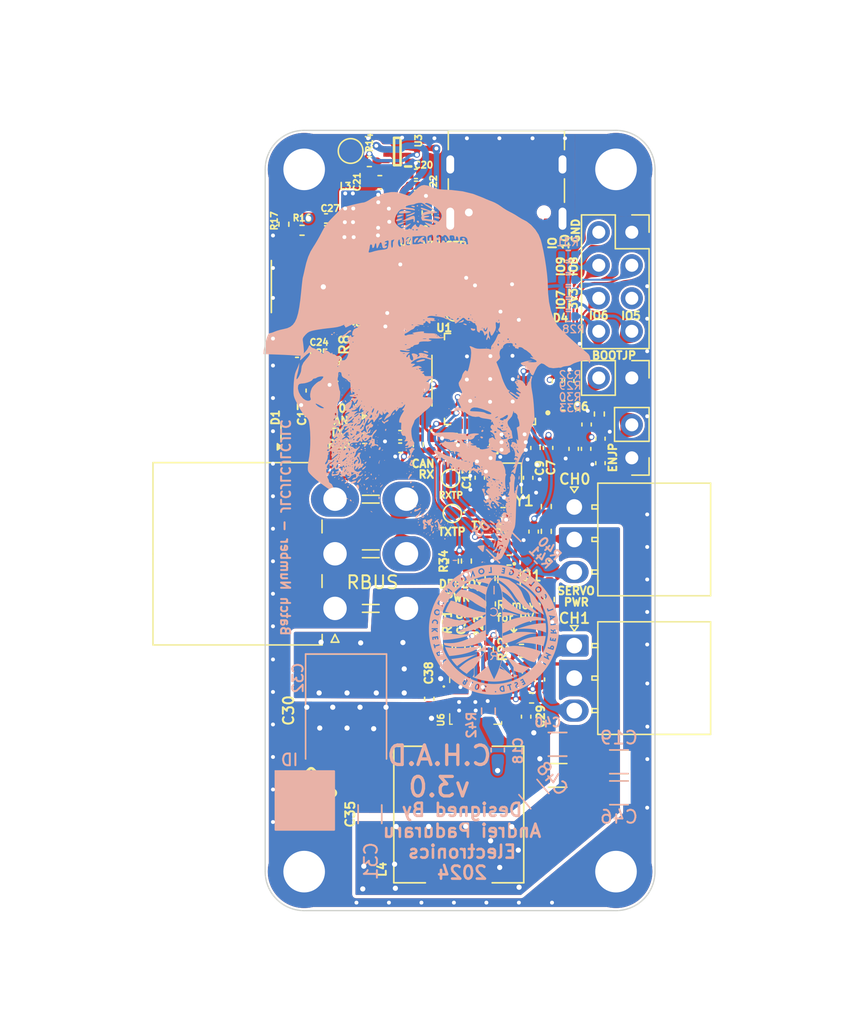
<source format=kicad_pcb>
(kicad_pcb (version 20240108) (generator "pcbnew") (generator_version "8.0")
  (layers (0 "F.Cu" signal) (1 "In1.Cu" power) (2 "In2.Cu" power) (31 "B.Cu" signal) (34 "B.Paste" user) (35 "F.Paste" user) (36 "B.SilkS" user "B.Silkscreen") (37 "F.SilkS" user "F.Silkscreen") (38 "B.Mask" user) (39 "F.Mask" user) (44 "Edge.Cuts" user))
  (net 0 "")
  (net 1 "GND")
  (net 2 "Net-(3V3LED1-A)")
  (net 3 "Net-(12VLED1-A)")
  (net 4 "/BOOT")
  (net 5 "+3V3")
  (net 6 "/CHIP_PU")
  (net 7 "Net-(C6-Pad1)")
  (net 9 "Net-(U1-XTAL_N)")
  (net 10 "Net-(C14-Pad1)")
  (net 11 "Net-(JP1-B)")
  (net 12 "/CAN+")
  (net 13 "/CAN-")
  (net 14 "VBUS")
  (net 15 "/Data-")
  (net 16 "/Data+")
  (net 17 "RBUS_uC_V")
  (net 18 "Net-(C18-Pad2)")
  (net 19 "/CAN-BUS/Vref")
  (net 20 "Net-(U6-V_DRV)")
  (net 21 "/Servo1PWM")
  (net 22 "/TXD")
  (net 23 "Net-(J5-CC1)")
  (net 25 "Net-(J5-CC2)")
  (net 27 "Net-(U1-XTAL_P)")
  (net 28 "Net-(TXLED1-A)")
  (net 29 "Net-(U1-U0TXD{slash}PROG{slash}GPIO43)")
  (net 30 "Net-(U2-Rs)")
  (net 31 "Net-(USBLED1-A)")
  (net 32 "Net-(U3-ST)")
  (net 33 "/BuckPGOOD")
  (net 34 "Net-(U6-MODE_2)")
  (net 35 "Net-(U6-_MODE_1)")
  (net 49 "Net-(D3-Pad2)")
  (net 59 "/CAN_TX")
  (net 60 "/CAN_RX")
  (net 61 "/Power/BBIN")
  (net 62 "/Power/BIAS")
  (net 63 "/Power/BBOUT")
  (net 64 "/Power/LX1")
  (net 65 "/Power/LX2")
  (net 66 "/Power/SEL")
  (net 67 "/Power/FBIn")
  (net 68 "+6V")
  (net 69 "/Servo0PWM")
  (net 71 "/buckC/SW")
  (net 80 "/buckC/VDD")
  (net 81 "/buckC/FB")
  (net 84 "/buckC/BOOT")
  (net 85 "/buckC/PHASE")
  (net 87 "Net-(C39-Pad2)")
  (net 88 "/GPIO5")
  (net 89 "/RXD")
  (net 91 "Net-(CANRXLED1-A)")
  (net 92 "Net-(CANTXLED1-A)")
  (net 93 "Net-(SERVOLED1-A)")
  (net 94 "/buckC/PGOOD")
  (net 95 "/ServoV_LOG")
  (net 96 "/buckC/EN")
  (net 97 "/BUCK_EN")
  (net 98 "+16.8V")
  (net 99 "/GPIO6")
  (net 100 "/GPIO7")
  (net 101 "/GPIO8")
  (net 102 "/GPIO10")
  (net 103 "/GPIO9")
  (net 104 "Net-(J3-Pin_3)")
  (net 105 "Net-(J4-Pin_3)")
  (footprint "Capacitor_SMD:C_0603_1608Metric" (layer "F.Cu") (at 40.823958 46.080869 180)
    (property "Reference" "C21")
    (property "Value" "10uF")
  )
  (footprint "TestPoint:TestPoint_Pad_D1.0mm" (layer "F.Cu") (at 46.275 68.85 -90)
    (property "Reference" "TP10" (hide yes))
    (property "Value" "TestPoint" (hide yes))
  )
  (footprint "LED_SMD:LED_0402_1005Metric" (layer "F.Cu") (at 48.352 78.514 -90)
    (property "Reference" "12VLED1" (hide yes))
    (property "Value" "RED_LED" (hide yes))
  )
  (footprint "Resistor_SMD:R_0402_1005Metric" (layer "F.Cu") (at 53.636 71.014 -90)
    (property "Reference" "R37" (hide yes))
    (property "Value" "470")
  )
  (footprint "iclr:Molex_Nano-Fit_105313-xx03_1x03_P2.50mm_Horizontal" (layer "F.Cu") (at 55.79 81.71)
    (property "Reference" "J4" (hide yes))
    (property "Value" "ServoCH1")
  )
  (footprint "Capacitor_SMD:C_0402_1005Metric" (layer "F.Cu") (at 46.678 65.769 180)
    (property "Reference" "C11" (hide yes))
    (property "Value" "0.1uF")
  )
  (footprint "Resistor_SMD:R_0402_1005Metric" (layer "F.Cu") (at 46.45 67.075)
    (property "Reference" "R6")
    (property "Value" "499")
  )
  (footprint "MountingHole:MountingHole_3.2mm_M3_DIN965_Pad" (layer "F.Cu") (at 59 99.09)
    (property "Reference" "H3" (hide yes))
    (property "Value" "MountingHole_Pad")
  )
  (footprint "Resistor_SMD:R_0402_1005Metric" (layer "F.Cu") (at 44.461814 48.436492 90)
    (property "Reference" "R15" (hide yes))
    (property "Value" "14k")
  )
  (footprint "Resistor_SMD:R_0402_1005Metric" (layer "F.Cu") (at 50.307 71.474 180)
    (property "Reference" "R2")
    (property "Value" "470")
  )
  (footprint "Resistor_SMD:R_0402_1005Metric" (layer "F.Cu") (at 33.44 49.31 90)
    (property "Reference" "R17")
    (property "Value" "10k")
  )
  (footprint "Package_TO_SOT_SMD:SOT-143" (layer "F.Cu") (at 49.15 53.8 180)
    (property "Reference" "D2")
    (property "Value" "SP0503BAHT")
  )
  (footprint "Resistor_SMD:R_0402_1005Metric" (layer "F.Cu") (at 57.718002 63.900894 90)
    (property "Reference" "R1" (hide yes))
    (property "Value" "10K")
  )
  (footprint "Resistor_SMD:R_0402_1005Metric" (layer "F.Cu") (at 52.503 85.745 180)
    (property "Reference" "R18" (hide yes))
    (property "Value" "10k")
  )
  (footprint "iclr:SmallerSolderJP" (layer "F.Cu") (at 43.272 56.9065 180)
    (property "Reference" "JP1" (hide yes))
    (property "Value" "TermJP")
  )
  (footprint "LED_SMD:LED_0402_1005Metric" (layer "F.Cu") (at 48.396 71.466)
    (property "Reference" "TXLED1" (hide yes))
    (property "Value" "GREEN_LED" (hide yes))
  )
  (footprint "Capacitor_SMD:C_0402_1005Metric" (layer "F.Cu") (at 53.145 84.314 -90)
    (property "Reference" "C28" (hide yes))
    (property "Value" "1uF")
  )
  (footprint "Resistor_SMD:R_0402_1005Metric" (layer "F.Cu") (at 46.49 75.22 90)
    (property "Reference" "R34")
    (property "Value" "2.2k")
  )
  (footprint "iclr:SOT-723" (layer "F.Cu") (at 50.773 76.569 -90)
    (property "Reference" "Q1")
    (property "Value" "SSM3K15AMFV,L3F")
  )
  (footprint "Resistor_SMD:R_0402_1005Metric" (layer "F.Cu") (at 39.05 58.565 90)
    (property "Reference" "R8")
    (property "Value" "0")
  )
  (footprint "Capacitor_SMD:C_0402_1005Metric" (layer "F.Cu") (at 56.736278 64.707957 90)
    (property "Reference" "C1" (hide yes))
    (property "Value" "10uF")
  )
  (footprint "Connector_PinHeader_2.54mm:PinHeader_1x02_P2.54mm_Vertical" (layer "F.Cu") (at 60.216232 67.27266 180)
    (property "Reference" "ENJUMPER1" (hide yes))
    (property "Value" "Conn_01x02_Male" (hide yes))
  )
  (footprint "Capacitor_SMD:C_0402_1005Metric" (layer "F.Cu") (at 52.662 72.944 90)
    (property "Reference" "C45" (hide yes))
    (property "Value" "0.1uF")
  )
  (footprint "Capacitor_SMD:C_0402_1005Metric" (layer "F.Cu") (at 42.39 66.5 180)
    (property "Reference" "C16" (hide yes))
    (property "Value" "10uF")
  )
  (footprint "LED_SMD:LED_0402_1005Metric" (layer "F.Cu") (at 53.873564 76.258415 -90)
    (property "Reference" "SERVOLED1" (hide yes))
    (property "Value" "AMBER_LED")
  )
  (footprint "Resistor_SMD:R_0402_1005Metric" (layer "F.Cu") (at 52.1 55.15 -90)
    (property "Reference" "R4" (hide yes))
    (property "Value" "470" (hide yes))
  )
  (footprint "Resistor_SMD:R_0402_1005Metric" (layer "F.Cu") (at 51.732 82.224 180)
    (property "Reference" "R19" (hide yes))
    (property "Value" "113k")
  )
  (footprint "Capacitor_SMD:C_0402_1005Metric" (layer "F.Cu") (at 57.799672 65.799759 -90)
    (property "Reference" "C3" (hide yes))
    (property "Value" "0.1uF")
  )
  (footprint "TestPoint:TestPoint_Pad_D1.5mm" (layer "F.Cu") (at 39.325 53.85)
    (property "Reference" "TP8" (hide yes))
    (property "Value" "TestPoint")
  )
  (footprint "Capacitor_SMD:C_0402_1005Metric" (layer "F.Cu") (at 44.631 85.795 -90)
    (property "Reference" "C38")
    (property "Value" "100nF" (hide yes))
  )
  (footprint "Resistor_SMD:R_0402_1005Metric" (layer "F.Cu") (at 49.34 78.51 -90)
    (property "Reference" "R7" (hide yes))
    (property "Value" "3k")
  )
  (footprint "Resistor_SMD:R_0603_1608Metric" (layer "F.Cu") (at 37.358 62.327)
    (property "Reference" "R10")
    (property "Value" "60")
  )
  (footprint "Capacitor_SMD:C_0402_1005Metric" (layer "F.Cu") (at 52.802 66.512 -90)
    (property "Reference" "C9")
    (property "Value" "10nF")
  )
  (footprint "Capacitor_Tantalum_SMD:CP_EIA-7360-38_Kemet-E" (layer "F.Cu") (at 38.225 86.775 -90)
    (property "Reference" "C30")
    (property "Value" "100uF" (hide yes))
  )
  (footprint "Inductor_SMD:L_0402_1005Metric" (layer "F.Cu") (at 55.759278 64.690957 90)
    (property "Reference" "L1" (hide yes))
    (property "Value" "2.0nH")
  )
  (footprint "iclr:USB_C_Receptacle_Palconn_UTC16-G" (layer "F.Cu") (at 50.563 46.952 180)
    (property "Reference" "J5" (hide yes))
    (property "Value" "USB_C_Receptacle_USB2.0")
  )
  (footprint "Capacitor_SMD:C_0402_1005Metric" (layer "F.Cu") (at 34.79 62.1 -90)
    (property "Reference" "C17")
    (property "Value" "47nF")
  )
  (footprint "Capacitor_SMD:C_0402_1005Metric" (layer "F.Cu") (at 55.400456 61.36304 -90)
    (property "Reference" "C8" (hide yes))
    (property "Value" "0.1uF")
  )
  (footprint "Resistor_SMD:R_0402_1005Metric" (layer "F.Cu") (at 46.019 81.821 90)
    (property "Reference" "R21")
    (property "Value" "2.2")
  )
  (footprint "iclr:SOIC127P599X175-9N" (layer "F.Cu") (at 34.975 54.1 90)
    (property "Reference" "U5")
    (property "Value" "SC4215ASTRT")
  )
  (footprint "Capacitor_SMD:C_0402_1005Metric" (layer "F.Cu") (at 43.601814 45.436492)
    (property "Reference" "C20")
    (property "Value" "10uF")
  )
  (footprint "TestPoint:TestPoint_Pad_D1.0mm" (layer "F.Cu") (at 51.75 52.725)
    (property "Reference" "TP1" (hide yes))
    (property "Value" "TestPoint" (hide yes))
  )
  (footprint "Capacitor_SMD:C_0402_1005Metric" (layer "F.Cu") (at 52.239 68.809 -90)
    (property "Reference" "C14" (hide yes))
    (property "Value" "11pF")
  )
  (footprint "iclr:rae_logo_4mm" (layer "F.Cu") (at 35.54 93.04)
    (property "Reference" "G***" (hide yes))
    (property "Value" "LOGO" (hide yes))
  )
  (footprint "Resistor_SMD:R_0402_1005Metric" (layer "F.Cu") (at 39.663 65.787532 180)
    (property "Reference" "R26")
    (property "Value" "1k")
  )
  (footprint "Capacitor_SMD:C_0402_1005Metric" (layer "F.Cu") (at 55.742278 66.582957 -90)
    (property "Reference" "C4" (hide yes))
    (property "Value" "1uF")
  )
  (footprint "Connector_PinSocket_2.54mm:PinSocket_2x04_P2.54mm_Vertical" (layer "F.Cu") (at 60.215722 49.923068)
    (property "Reference" "J2" (hide yes))
    (property "Value" "GPIO Breakout")
  )
  (footprint "Resistor_SMD:R_0402_1005Metric" (layer "F.Cu") (at 43.779761 66.252938 -90)
    (property "Reference" "R27" (hide yes))
    (property "Value" "1k")
  )
  (footprint "Capacitor_SMD:C_0603_1608Metric" (layer "F.Cu") (at 41.011814 51.151492 180)
    (property "Reference" "C23")
    (property "Value" "22uF")
  )
  (footprint "Resistor_SMD:R_0402_1005Metric" (layer "F.Cu") (at 54.47 61.34 -90)
    (property "Reference" "R3" (hide yes))
    (property "Value" "10K")
  )
  (footprint "iclr:IND_SPM10065VT-3R3M-D" (layer "F.Cu") (at 46.9 94.7 90)
    (property "Reference" "L4")
    (property "Value" "3.3uH")
  )
  (footprint "Connector_PinHeader_2.54mm:PinHeader_1x02_P2.54mm_Vertical" (layer "F.Cu") (at 60.214778 61.126857 -90)
    (property "Reference" "BOOTJUMPER1" (hide yes))
    (property "Value" "Conn_01x02_Male" (hide yes))
  )
  (footprint "Resistor_SMD:R_0402_1005Metric" (layer "F.Cu") (at 51.399123 51.052799 180)
    (property "Reference" "R11" (hide yes))
    (property "Value" "5.1k")
  )
  (footprint "TestPoint:TestPoint_Pad_D1.0mm" (layer "F.Cu") (at 46.575 56.05)
    (property "Reference" "TP2" (hide yes))
    (property "Value" "TestPoint" (hide yes))
  )
  (footprint "Resistor_SMD:R_0402_1005Metric" (layer "F.Cu") (at 53.866564 78.162915 90)
    (property "Reference" "R25" (hide yes))
    (property "Value" "1k")
  )
  (footprint "Capacitor_SMD:C_0402_1005Metric" (layer "F.Cu") (at 57.802 67.679 -90)
    (property "Reference" "C2" (hide yes))
    (property "Value" "1uF")
  )
  (footprint "Capacitor_SMD:C_0402_1005Metric" (layer "F.Cu") (at 34.45 58.264215 180)
    (property "Reference" "C24")
    (property "Value" "10uF")
  )
  (footprint "Capacitor_SMD:C_0402_1005Metric" (layer "F.Cu") (at 56.700278 66.581957 -90)
    (property "Reference" "C5" (hide yes))
    (property "Value" "0.1uF")
  )
  (footprint "Resistor_SMD:R_0402_1005Metric" (layer "F.Cu") (at 49.31 76.55 -90)
    (property "Reference" "R38" (hide yes))
    (property "Value" "10k")
  )
  (footprint "Resistor_SMD:R_0402_1005Metric" (layer "F.Cu") (at 53.636 72.926 -90)
    (property "Reference" "R36" (hide yes))
    (property "Value" "1.5k")
  )
  (footprint "LED_SMD:LED_0402_1005Metric" (layer "F.Cu") (at 38.999 64.302032 -90)
    (property "Reference" "CANTXLED1" (hide yes))
    (property "Value" "GREEN_LED")
  )
  (footprint "Capacitor_SMD:C_1206_3216Metric" (layer "F.Cu") (at 59.23 90.65)
    (property "Reference" "C49" (hide yes))
    (property "Value" "47uF")
  )
  (footprint "Inductor_SMD:L_0402_1005Metric" (layer "F.Cu") (at 51.32 66.393616 -90)
    (property "Reference" "L2")
    (property "Value" "20nH")
  )
  (footprint "Resistor_SMD:R_0402_1005Metric" (layer "F.Cu") (at 47.485 75.209 -90)
    (property "Reference" "R35" (hide yes))
    (property "Value" "1.5k")
  )
  (footprint "Resistor_SMD:R_0402_1005Metric" (layer "F.Cu") (at 40.019814 44.496492)
    (property "Reference" "R14")
    (property "Value" "10k")
  )
  (footprint "MountingHole:MountingHole_3.2mm_M3_DIN965_Pad" (layer "F.Cu") (at 35 45.09)
    (property "Reference" "H4" (hide yes))
    (property "Value" "MountingHole_Pad")
  )
  (footprint "LED_SMD:LED_0402_1005Metric" (layer "F.Cu") (at 43.73383 54.102421 90)
    (property "Reference" "USBLED1" (hide yes))
    (property "Value" "WHITE_LED" (hide yes))
  )
  (footprint "Capacitor_SMD:C_1206_3216Metric" (layer "F.Cu") (at 40.06 94.675 90)
    (property "Reference" "C35")
    (property "Value" "47uF")
  )
  (footprint "Resistor_SMD:R_0402_1005Metric" (layer "F.Cu") (at 50.77 75.14)
    (property "Reference" "R39" (hide yes))
    (property "Value" "1k")
  )
  (footprint "Resistor_SMD:R_0402_1005Metric" (layer "F.Cu") (at 48.174 81.965 90)
    (property "Reference" "R23")
    (property "Value" "100k")
  )
  (footprint "TestPoint:TestPoint_Pad_D1.5mm" (layer "F.Cu") (at 45.35 52.4)
    (property "Reference" "TP7" (hide yes))
    (property "Value" "TestPoint" (hide yes))
  )
  (footprint "iclr:SOTFL50P160X60-8N" (layer "F.Cu") (at 42.169814 43.716492 180)
    (property "Reference" "U3")
    (property "Value" "LM66200DRLR" (hide yes))
  )
  (footprint "iclr:RCLAMP3346PQTNT" (layer "F.Cu") (at 54.675 58.325 90)
    (property "Reference" "D4")
    (property "Value" "RCLAMP3346PQTNT" (hide yes))
  )
  (footprint "Capacitor_SMD:C_1206_3216Metric" (layer "F.Cu") (at 54.5 89.3 180)
    (property "Reference" "C33" (hide yes))
    (property "Value" "47uF")
  )
  (footprint "Inductor_SMD:L_0805_2012Metric" (layer "F.Cu") (at 38.443853 48.624058 -90)
    (property "Reference" "L3")
    (property "Value" "1uH")
  )
  (footprint "iclr:Molex_Nano-Fit_105313-xx03_1x03_P2.50mm_Horizontal" (layer "F.Cu") (at 55.79 71.05)
    (property "Reference" "J3" (hide yes))
    (property "Value" "ServoCH0")
  )
  (footprint "TestPoint:TestPoint_Pad_D1.0mm" (layer "F.Cu") (at 46.4 71.55 -90)
    (property "Reference" "TP9" (hide yes))
    (property "Value" "TestPoint" (hide yes))
  )
  (footprint "iclr:QFN40P700X700X90-57N" (layer "F.Cu") (at 49.3 61.21 180)
    (property "Reference" "U1")
    (property "Value" "ESP32-S3")
  )
  (footprint "TestPoint:TestPoint_Pad_D1.5mm" (layer "F.Cu") (at 41.374941 53.816246)
    (property "Reference" "TP5" (hide yes))
    (property "Value" "TestPoint" (hide yes))
  )
  (footprint "Package_SO:SOIC-8_3.9x4.9mm_P1.27mm" (layer "F.Cu") (at 42.275 61.3405 90)
    (property "Reference" "U2")
    (property "Value" "SN65HVD230")
  )
  (footprint "Capacitor_SMD:C_0402_1005Metric" (layer "F.Cu") (at 36.685508 48.864814 180)
    (property "Reference" "C27")
    (property "Value" "0.1uF")
  )
  (footprint "Resistor_SMD:R_0402_1005Metric" (layer "F.Cu") (at 47.075 52.275 90)
    (property "Reference" "R12" (hide yes))
    (property "Value" "5.1k")
  )
  (footprint "Capacitor_SMD:C_1206_3216Metric" (layer "F.Cu") (at 59.23 93.03)
    (property "Reference" "C47" (hide yes))
    (property "Value" "47uF")
  )
  (footprint "Resistor_SMD:R_0603_1608Metric" (layer "F.Cu") (at 37.358 60.87 180)
    (property "Reference" "R9")
    (property "Value" "60")
  )
  (footprint "MountingHole:MountingHole_3.2mm_M3_DIN965_Pad" (layer "F.Cu") (at 59 45.09)
    (property "Reference" "H2" (hide yes))
    (property "Value" "MountingHole_Pad")
  )
  (footprint "Resistor_SMD:R_0402_1005Metric" (layer "F.Cu") (at 52.172 83.667 90)
    (property "Reference" "R20" (hide yes))
    (property "Value" "10k")
  )
  (footprint "Capacitor_SMD:C_0402_1005Metric" (layer "F.Cu") (at 52.084 87.176 -90)
    (property "Reference" "C29")
    (property "Value" "4.7uF")
  )
  (footprint "iclr:SiC437BEDT1GE3" (layer "F.Cu") (at 48.2 85.75)
    (property "Reference" "U6")
    (property "Value" "SiC437AED-T1" (hide yes))
  )
  (footprint "iclr:Molex_Mini-Fit_Jr_5569-06A2_2x03_P4.20mm_Horizontal" (layer "F.Cu") (at 37.375 78.85 90)
    (property "Reference" "J1" (hide yes))
    (property "Value" "RBUS")
  )
  (footprint "LED_SMD:LED_0402_1005Metric" (layer "F.Cu") (at 44.79 66.25 -90)
    (property "Reference" "CANRXLED1" (hide yes))
    (property "Value" "AMBER_LED")
  )
  (footprint "MountingHole:MountingHole_3.2mm_M3_DIN965_Pad" (layer "F.Cu") (at 35 99.09)
    (property "Reference" "H1" (hide yes))
    (property "Value" "MountingHole_Pad")
  )
  (footprint "TestPoint:TestPoint_Pad_D1.5mm" (layer "F.Cu") (at 38.575 43.675)
    (property "Reference" "TP4" (hide yes))
    (property "Value" "TestPoint" (hide yes))
  )
  (footprint "Capacitor_SMD:C_0402_1005Metric" (layer "F.Cu") (at 54.944243 63.252642)
    (property "Reference" "C6")
    (property "Value" "0.1uF")
  )
  (footprint "Capacitor_SMD:C_0402_1005Metric" (layer "F.Cu") (at 42.391 65.531 180)
    (property "Reference" "C15" (hide yes))
    (property "Value" "100nF")
  )
  (footprint "Capacitor_SMD:C_0402_1005Metric" (layer "F.Cu") (at 43.601814 46.356492)
    (property "Reference" "C22")
    (property "Value" "1uF")
  )
  (footprint "Capacitor_SMD:C_0402_1005Metric" (layer "F.Cu") (at 48.52 68.802 90)
    (property "Reference" "C13")
    (property "Value" "11pF")
  )
  (footprint "Capacitor_SMD:C_0402_1005Metric" (layer "F.Cu") (at 34.450018 59.186291 180)
    (property "Reference" "C25")
    (property "Value" "4.7uF")
  )
  (footprint "Resistor_SMD:R_0402_1005Metric" (layer "F.Cu") (at 34.838223 49.774814 180)
    (property "Reference" "R16")
    (property "Value" "56k")
  )
  (footprint "Capacitor_SMD:C_1206_3216Metric" (layer "F.Cu") (at 54.51 91.69 180)
    (property "Reference" "C37" (hide yes))
    (property "Value" "47uF")
  )
  (footprint "Resistor_SMD:R_0402_1005Metric" (layer "F.Cu") (at 51.726 81.237 180)
    (property "Reference" "R24" (hide yes))
    (property "Value" "442k")
  )
  (footprint "Capacitor_SMD:C_0402_1005Metric" (layer "F.Cu") (at 50.399576 56.651006)
    (property "Reference" "C10" (hide yes))
    (property "Value" "0.1uF")
  )
  (footprint "Capacitor_SMD:C_0402_1005Metric" (layer "F.Cu") (at 36.685508 49.784814 180)
    (property "Reference" "C26" (hide yes))
    (property "Value" "10uF")
  )
  (footprint "Capacitor_SMD:C_0402_1005Metric" (layer "F.Cu") (at 53.773 66.506 -90)
    (property "Reference" "C7")
    (property "Value" "1uF")
  )
  (footprint "Resistor_SMD:R_0402_1005Metric" (layer "F.Cu") (at 49.176 81.965 90)
    (property "Reference" "R22")
    (property "Value" "200k")
  )
  (footprint "Capacitor_SMD:C_0402_1005Metric" (layer "F.Cu") (at 47.015 81.823 90)
    (property "Reference" "C39")
    (property "Value" "0.1uF")
  )
  (footprint "Package_TO_SOT_SMD:SOT-23" (layer "F.Cu") (at 34.774999 65.2625 90)
    (property "Reference" "D1")
    (property "Value" "SM712_SOT23")
  )
  (footprint "Resistor_SMD:R_0402_1005Metric" (layer "F.Cu") (at 43.728248 52.245391 -90)
    (property "Reference" "R13" (hide yes))
    (property "Value" "5.1k")
  )
  (footprint "iclr:Crystal_SMD_2016-4Pin_2.0x1.6mm" (layer "F.Cu") (at 50.378 68.828 180)
    (property "Reference" "Y1")
    (property "Value" "R940000171")
  )
  (footprint "LED_SMD:LED_0402_1005Metric" (layer "F.Cu") (at 53.043159 55.145521 90)
    (property "Reference" "3V3LED1" (hide yes))
    (property "Value" "BLUE_LED" (hide yes))
  )
  (footprint "iclr:CONV_MAX77827AEFD+T" (layer "F.Cu") (at 42.191814 48.619418 180)
    (property "Reference" "U4")
    (property "Value" "MAX77827AEFD+T")
  )
  (footprint "TestPoint:TestPoint_Pad_D1.5mm" (layer "F.Cu") (at 40.39 55.61 -75)
    (property "Reference" "TP6" (hide yes))
    (property "Value" "TestPoint")
  )
  (footprint "Resistor_SMD:R_0402_1005Metric" (layer "B.Cu") (at 52.549376 75.569376 -45)
    (property "Reference" "R40")
    (property "Value" "165R")
  )
  (footprint "Resistor_SMD:R_0402_1005Metric" (layer "B.Cu") (at 55.323359 56.398345)
    (property "Reference" "R33")
    (property "Value" "10k")
  )
  (footprint "Capacitor_SMD:C_1206_3216Metric" (layer "B.Cu") (at 54.5 89.3 180)
    (property "Reference" "C40")
    (property "Value" "47uF")
  )
  (footprint "Resistor_SMD:R_0402_1005Metric" (layer "B.Cu") (at 55.325 52.65)
    (property "Reference" "R28")
    (property "Value" "10k")
  )
  (footprint "Resistor_SMD:R_0402_1005Metric" (layer "B.Cu") (at 51.88 76.23 -45)
    (property "Reference" "R41")
    (property "Value" "165R")
  )
  (footprint "LOGO" (layer "B.Cu") (at 44.473243 59.13824 180)
    (property "Reference" "G***" (hide yes))
    (property "Value" "LOGO" (hide yes))
  )
  (footprint "Capacitor_SMD:C_1206_3216Metric" (layer "B.Cu") (at 52.68 93.13 130)
    (property "Reference" "C48")
    (property "Value" "47uF")
  )
  (footprint "Package_TO_SOT_SMD:SOT-353_SC-70-5" (layer "B.Cu") (at 50.36 74.02 -45)
    (property "Reference" "D3")
    (property "Value" "~")
  )
  (footprint "LOGO" (layer "B.Cu") (at 44.503243 59.15824 180)
    (property "Reference" "G***" (hide yes))
    (property "Value" "LOGO" (hide yes))
  )
  (footprint "iclr:iclr_logo_estd2018_10mm" (layer "B.Cu") (at 49.6 80.49 180)
    (property "Reference" "LOGO1" (hide yes))
    (property "Value" "ICLR LOGO" (hide yes))
  )
  (footprint "Capacitor_Tantalum_SMD:CP_EIA-7360-38_Kemet-E" (layer "B.Cu") (at 38.225 86.7625 -90)
    (property "Reference" "C32")
    (property "Value" "100uF")
  )
  (footprint "Capacitor_SMD:C_1206_3216Metric" (layer "B.Cu") (at 40.06 94.675 90)
    (property "Reference" "C31")
    (property "Value" "47uF")
  )
  (footprint "Resistor_SMD:R_0603_1608Metric" (layer "B.Cu") (at 49.18 86.75 90)
    (property "Reference" "R42")
    (property "Value" "5.4R")
  )
  (footprint "Resistor_SMD:R_0402_1005Metric" (layer "B.Cu") (at 55.325 53.575)
    (property "Reference" "R29")
    (property "Value" "10k")
  )
  (footprint "Capacitor_SMD:C_1206_3216Metric" (layer "B.Cu") (at 59.23 93.03)
    (property "Reference" "C46")
    (property "Value" "47uF")
  )
  (footprint "Capacitor_SMD:C_0603_1608Metric" (layer "B.Cu") (at 49.9 89.74 90)
    (property "Reference" "C18")
    (property "Value" "160pF")
  )
  (footprint "Capacitor_SMD:C_1206_3216Metric" (layer "B.Cu") (at 59.225 90.64 180)
    (property "Reference" "C19")
    (property "Value" "47uF")
  )
  (footprint "Resistor_SMD:R_0402_1005Metric" (layer "B.Cu") (at 55.325184 55.460437)
    (property "Reference" "R32")
    (property "Value" "10k")
  )
  (footprint "Resistor_SMD:R_0402_1005Metric" (layer "B.Cu") (at 55.324516 51.705161)
    (property "Reference" "R31")
    (property "Value" "10k")
  )
  (footprint "Resistor_SMD:R_0402_1005Metric" (layer "B.Cu") (at 55.324682 54.517718)
    (property "Reference" "R30")
    (property "Value" "10k")
  )
  (gr_rect (start 32.8 91.37) (end 37.3 95.87) (stroke (width 0.1524)) (fill solid) (layer "B.SilkS"))
  (gr_line (start 51.138 80.682) (end 50.938 80.482) (stroke (width 0.15)) (layer "F.SilkS"))
  (gr_line (start 51.138 80.682) (end 51.338 80.482) (stroke (width 0.15)) (layer "F.SilkS"))
  (gr_line (start 51.138 80.032) (end 51.138 80.682) (stroke (width 0.15)) (layer "F.SilkS"))
  (gr_arc (start 32 45.09) (mid 32.87868 42.96868) (end 35 42.09) (stroke (width 0.1)) (layer "Edge.Cuts"))
  (gr_line (start 59 42.09) (end 35 42.09) (stroke (width 0.1)) (layer "Edge.Cuts"))
  (gr_line (start 35 102.09) (end 59 102.09) (stroke (width 0.1)) (layer "Edge.Cuts"))
  (gr_arc (start 59 42.09) (mid 61.12132 42.96868) (end 62 45.09) (stroke (width 0.1)) (layer "Edge.Cuts"))
  (gr_arc (start 62 99.09) (mid 61.12132 101.21132) (end 59 102.09) (stroke (width 0.1)) (layer "Edge.Cuts"))
  (gr_line (start 32 45.09) (end 32 99.09) (stroke (width 0.1)) (layer "Edge.Cuts"))
  (gr_arc (start 35 102.09) (mid 32.87868 101.21132) (end 32 99.09) (stroke (width 0.1)) (layer "Edge.Cuts"))
  (gr_line (start 62 99.09) (end 62 45.09) (stroke (width 0.1)) (layer "Edge.Cuts"))
  (gr_text "Batch Number - JLCJLCJLCJLC" (at 33.13 81.03 270) (layer "B.SilkS") (effects (font (size 0.7 0.7) (thickness 0.1524) (bold yes)) (justify left bottom mirror)))
  (gr_text "\nID\n" (at 33.875 91.025 0) (layer "B.SilkS") (effects (font (size 0.9 0.9) (thickness 0.1524) (bold yes)) (justify bottom mirror)))
  (gr_text "C.H.A.D\nv3.0\n" (at 45.4 91.38 0) (layer "B.SilkS") (effects (font (size 1.5 1.5) (thickness 0.25)) (justify mirror)))
  (gr_text "Designed By\nAndrei Paduraru\nElectronics\n2024\n" (at 47.15 96.76 0) (layer "B.SilkS") (effects (font (size 1 1) (thickness 0.2)) (justify mirror)))
  (gr_text "IO6" (at 56.825 56.675 0) (layer "F.SilkS") (effects (font (size 0.6 0.6) (thickness 0.15) (bold yes)) (justify left bottom)))
  (gr_text "CH1" (at 54.5 80.075 0) (layer "F.SilkS") (effects (font (size 0.8 0.8) (thickness 0.1524) (bold yes)) (justify left bottom)))
  (gr_text "GND\n" (at 56.25 50.825 90) (layer "F.SilkS") (effects (font (size 0.6 0.6) (thickness 0.15) (bold yes)) (justify left bottom)))
  (gr_text "IO\n10\n" (at 55.425 51.325 90) (layer "F.SilkS") (effects (font (size 0.6 0.6) (thickness 0.15) (bold yes)) (justify left bottom)))
  (gr_text "IO7\n3V3\n" (at 56.075 55.975 90) (layer "F.SilkS") (effects (font (size 0.6 0.6) (thickness 0.15) (bold yes)) (justify left bottom)))
  (gr_text "IO9\nIO8\n" (at 56.075 53.4 90) (layer "F.SilkS") (effects (font (size 0.6 0.6) (thickness 0.15) (bold yes)) (justify left bottom)))
  (gr_text "CH0" (at 54.525 69.375 0) (layer "F.SilkS") (effects (font (size 0.8 0.8) (thickness 0.1524) (bold yes)) (justify left bottom)))
  (gr_text_box "Remove \nfor HV" (start 49.29875 77.79) (end 55.86125 79.465) (layer "F.SilkS") (effects (font (size 0.6 0.6) (thickness 0.125) (bold yes)) (justify left top)) (border no))
  (segment (start 45.641 65.769) (end 45.64 65.77) (width 0.2) (layer "F.Cu") (net 1))
  (segment (start 50.181 84.856) (end 48.806 84.856) (width 0.3) (layer "F.Cu") (net 1))
  (segment (start 48.239 81.289) (end 48.239 81.481) (width 0.25) (layer "F.Cu") (net 1))
  (segment (start 55.425 60.475) (end 55.425 61.023496) (width 0.2) (layer "F.Cu") (net 1))
  (segment (start 51.508581 56.651006) (end 51.499587 56.651006) (width 0.5) (layer "F.Cu") (net 1))
  (segment (start 46.19 65.761) (end 46.198 65.769) (width 0.4) (layer "F.Cu") (net 1))
  (segment (start 39.770814 51.147492) (end 39.787814 51.164492) (width 1) (layer "F.Cu") (net 1))
  (segment (start 48.239 81.481) (end 48.225 81.467) (width 0.25) (layer "F.Cu") (net 1))
  (segment (start 41.092424 48.617197) (end 39.960649 48.617197) (width 0.36) (layer "F.Cu") (net 1))
  (segment (start 51.505443 84.229558) (end 51.4685 84.2665) (width 0.25) (layer "F.Cu") (net 1))
  (segment (start 51.4685 84.2665) (end 51.023957 84.711043) (width 0.25) (layer "F.Cu") (net 1))
  (segment (start 46.198 65.769) (end 45.641 65.769) (width 0.4) (layer "F.Cu") (net 1))
  (segment (start 47.939055 80.980945) (end 48.239 81.289) (width 0.25) (layer "F.Cu") (net 1))
  (segment (start 48.75 84.9) (end 48.75 84.912) (width 0.2) (layer "F.Cu") (net 1))
  (segment (start 48.762 84.9) (end 48.75 84.9) (width 0.2) (layer "F.Cu") (net 1))
  (segment (start 50.674 84.856) (end 50.181 84.856) (width 0.25) (layer "F.Cu") (net 1))
  (segment (start 39.770814 46.029029) (end 39.770814 51.147492) (width 1) (layer "F.Cu") (net 1))
  (segment (start 48.806 84.856) (end 48.762 84.9) (width 0.2) (layer "F.Cu") (net 1))
  (segment (start 51.52 56.66) (end 51.508581 56.651006) (width 0.5) (layer "F.Cu") (net 1))
  (segment (start 47.939055 80.980945) (end 48.124448 81.174448) (width 0.25) (layer "F.Cu") (net 1))
  (segment (start 51.490593 56.651006) (end 51.52 56.66) (width 0.5) (layer "F.Cu") (net 1))
  (segment (start 55.425 61.023496) (end 55.405456 61.04304) (width 0.2) (layer "F.Cu") (net 1))
  (segment (start 48.75 84.912) (end 48.731 84.931) (width 0.2) (layer "F.Cu") (net 1))
  (segment (start 50.879576 56.651006) (end 51.490593 56.651006) (width 0.5) (layer "F.Cu") (net 1))
  (via (at 52.85 69.95) (size 0.45) (drill 0.3) (layers "F.Cu" "B.Cu") (net 1))
  (via (at 56.022 63.154) (size 0.45) (drill 0.3) (layers "F.Cu" "B.Cu") (net 1))
  (via (at 61.4 59.075) (size 0.6) (drill 0.3) (layers "F.Cu" "B.Cu") (net 1))
  (via (at 32.6 90.275) (size 0.6) (drill 0.3) (layers "F.Cu" "B.Cu") (net 1))
  (via (at 32.6 82.775) (size 0.6) (drill 0.3) (layers "F.Cu" "B.Cu") (net 1))
  (via (at 32.6 75.225) (size 0.6) (drill 0.3) (layers "F.Cu" "B.Cu") (net 1))
  (via (at 61.4 54.075) (size 0.6) (drill 0.3) (layers "F.Cu" "B.Cu") (net 1))
  (via (at 47.05 80.32) (size 0.45) (drill 0.3) (layers "F.Cu" "B.Cu") (net 1))
  (via (at 53.125 68.925) (size 0.45) (drill 0.3) (layers "F.Cu" "B.Cu") (net 1))
  (via (at 48.75 84.9) (size 0.45) (drill 0.3) (layers "F.Cu" "B.Cu") (net 1))
  (via (at 50.185 66.07) (size 0.45) (drill 0.3) (layers "F.Cu" "B.Cu") (net 1))
  (via (at 61.4 74.125) (size 0.6) (drill 0.3) (layers "F.Cu" "B.Cu") (net 1))
  (via (at 55.125 67.325) (size 0.45) (drill 0.3) (layers "F.Cu" "B.Cu") (net 1))
  (via (at 47.522 61.252) (size 0.6) (drill 0.3) (layers "F.Cu" "B.Cu") (net 1))
  (via (at 41.22 66.01) (size 0.45) (drill 0.3) (layers "F.Cu" "B.Cu") (net 1))
  (via (at 61.4 76.625) (size 0.6) (drill 0.3) (layers "F.Cu" "B.Cu") (net 1))
  (via (at 36.2 88.05) (size 0.8) (drill 0.4) (layers "F.Cu" "B.Cu") (net 1))
  (via (at 50.373703 70.321851) (size 0.45) (drill 0.3) (layers "F.Cu" "B.Cu") (net 1))
  (via (at 52.062 66.665) (size 0.45) (drill 0.3) (layers "F.Cu" "B.Cu") (net 1))
  (via (at 35.2 86.45) (size 0.8) (drill 0.4) (layers "F.Cu" "B.Cu") (net 1))
  (via (at 48.175 86.05) (size 0.45) (drill 0.3) (layers "F.Cu" "B.Cu") (net 1))
  (via (at 32.6 67.725) (size 0.6) (drill 0.3) (layers "F.Cu" "B.Cu") (net 1))
  (via (at 50.025 42.7) (size 0.6) (drill 0.3) (layers "F.Cu" "B.Cu") (net 1))
  (via (at 32.6 60.175) (size 0.6) (drill 0.3) (layers "F.Cu" "B.Cu") (net 1))
  (via (at 47.779626 68.653703) (size 0.45) (drill 0.3) (layers "F.Cu" "B.Cu") (net 1))
  (via (at 45.025 42.7) (size 0.6) (drill 0.3) (layers "F.Cu" "B.Cu") (net 1))
  (via (at 52.055 66.07) (size 0.45) (drill 0.3) (layers "F.Cu" "B.Cu") (net 1))
  (via (at 32.6 72.725) (size 0.6) (drill 0.3) (layers "F.Cu" "B.Cu") (net 1))
  (via (at 51.059 61.227) (size 0.6) (drill 0.3) (layers "F.Cu" "B.Cu") (net 1))
  (via (at 51.047 62.943) (size 0.6) (drill 0.3) (layers "F.Cu" "B.Cu") (net 1))
  (via (at 61.4 81.625) (size 0.6) (drill 0.3) (layers "F.Cu" "B.Cu") (net 1))
  (via (at 55.425 60.475) (size 0.45) (drill 0.3) (layers "F.Cu" "B.Cu") (net 1))
  (via (at 40.35 88.1) (size 0.8) (drill 0.4) (layers "F.Cu" "B.Cu") (net 1))
  (via (at 51 53.925) (size 0.6) (drill 0.3) (layers "F.Cu" "B.Cu") (net 1))
  (via (at 32.6 87.775) (size 0.6) (drill 0.3) (layers "F.Cu" "B.Cu") (net 1))
  (via (at 44.8 87.3) (size 0.8) (drill 0.4) (layers "F.Cu" "B.Cu") (net 1))
  (via (at 51.966 65.464) (size 0.45) (drill 0.3) (layers "F.Cu" "B.Cu") (net 1))
  (via (at 47.47 53.43) (size 0.45) (drill 0.3) (layers "F.Cu" "B.Cu") (net 1))
  (via (at 49.47 75.19) (size 0.6) (drill 0.3) (layers "F.Cu" "B.Cu") (net 1))
  (via (at 55.075 42.7) (size 0.6) (drill 0.3) (layers "F.Cu" "B.Cu") (net 1))
  (via (at 61.414 87.94) (size 0.6) (drill 0.3) (layers "F.Cu" "B.Cu") (net 1))
  (via (at 53.14 90.41) (size 0.8) (drill 0.4) (layers "F.Cu" "B.Cu") (net 1))
  (via (at 32.6 85.275) (size 0.6) (drill 0.3) (layers "F.Cu" "B.Cu") (net 1))
  (via (at 46.925 86.7) (size 0.45) (drill 0.3) (layers "F.Cu" "B.Cu") (net 1))
  (via (at 50.191 66.653) (size 0.45) (drill 0.3) (layers "F.Cu" "B.Cu") (net 1))
  (via (at 46.925 86.05) (size 0.45) (drill 0.3) (layers "F.Cu" "B.Cu") (net 1))
  (via (at 47.53 59.471) (size 0.6) (drill 0.3) (layers "F.Cu" "B.Cu") (net 1))
  (via (at 61.4 94.175) (size 0.6) (drill 0.3) (layers "F.Cu" "B.Cu") (net 1))
  (via (at 52.673 88.414) (size 0.8) (drill 0.4) (layers "F.Cu" "B.Cu") (net 1))
  (via (at 39.025 101.475) (size 0.6) (drill 0.3) (layers "F.Cu" "B.Cu") (net 1))
  (via (at 32.6 77.725) (size 0.6) (drill 0.3) (layers "F.Cu" "B.Cu") (net 1))
  (via (at 49.025 101.475) (size 0.6) (drill 0.3) (layers "F.Cu" "B.Cu") (net 1))
  (via (at 58.519 65.264) (size 0.45) (drill 0.3) (layers "F.Cu" "B.Cu") (net 1))
  (via (at 50.192 65.472) (size 0.45) (drill 0.3) (layers "F.Cu" "B.Cu") (net 1))
  (via (at 47.939055 80.980945) (size 0.45) (drill 0.3) (layers "F.Cu" "B.Cu") (net 1))
  (via (at 61.4 79.125) (size 0.6) (drill 0.3) (layers "F.Cu" "B.Cu") (net 1))
  (via (at 48.99 68.322) (size 0.6) (drill 0.3) (layers "F.Cu" "B.Cu") (net 1))
  (via (at 32.6 92.775) (size 0.6) (drill 0.3) (layers "F.Cu" "B.Cu") (net 1))
  (via (at 54.075 101.475) (size 0.6) (drill 0.3) (layers "F.Cu" "B.Cu") (net 1))
  (via (at 51.706 69.327) (size 0.6) (drill 0.3) (layers "F.Cu" "B.Cu") (net 1))
  (via (at 32.6 54.975) (size 0.6) (drill 0.3) (layers "F.Cu" "B.Cu") (net 1))
  (via (at 45.61 65.77) (size 0.45) (drill 0.3) (layers "F.Cu" "B.Cu") (net 1))
  (via (at 61.408 84.622) (size 0.6) (drill 0.3) (layers "F.Cu" "B.Cu") (net 1))
  (via (at 51.89 73.6) (size 0.45) (drill 0.3) (layers "F.Cu" "B.Cu") (net 1))
  (via (at 32.5995 58.1) (size 0.6) (drill 0.3) (layers "F.Cu" "B.Cu") (net 1))
  (via (at 51.52 56.66) (size 0.45) (drill 0.3) (layers "F.Cu" "B.Cu") (net 1))
  (via (at 49.308 62.966) (size 0.6) (drill 0.3) (layers "F.Cu" "B.Cu") (net 1))
  (via (at 46.525 101.475) (size 0.6) (drill 0.3) (layers "F.Cu" "B.Cu") (net 1))
  (via (at 38.3 88.05) (size 0.8) (drill 0.4) (layers "F.Cu" "B.Cu") (net 1))
  (via (at 39.925 42.7) (size 0.6) (drill 0.3) (layers "F.Cu" "B.Cu") (net 1))
  (via (at 36.475 54.125) (size 0.8) (drill 0.4) (layers "F.Cu" "B.Cu") (net 1))
  (via (at 32.6 95.275) (size 0.6) (drill 0.3) (layers "F.Cu" "B.Cu") (net 1))
  (via (at 49.345 67.292) (size 0.45) (drill 0.3) (layers "F.Cu" "B.Cu") (net 1))
  (via (at 51.860446 70.311334) (size 0.45) (drill 0.3) (layers "F.Cu" "B.Cu") (net 1))
  (via (at 57.181 67.779) (size 0.45) (drill 0.3) (layers "F.Cu" "B.Cu") (net 1))
  (via (at 34.77 63.215) (size 0.45) (drill 0.3) (layers "F.Cu" "B.Cu") (net 1))
  (via (at 49.334 59.451) (size 0.6) (drill 0.3) (layers "F.Cu" "B.Cu") (net 1))
  (via (at 43.595 44.606) (size 0.45) (drill 0.3) (layers "F.Cu" "B.Cu") (net 1))
  (via (at 56.2 58.5) (size 0.45) (drill 0.3) (layers "F.Cu" "B.Cu") (net 1))
  (via (at 41.525 101.475) (size 0.6) (drill 0.3) (layers "F.Cu" "B.Cu") (net 1))
  (via (at 32.6 70.225) (size 0.6) (drill 0.3) (layers "F.Cu" "B.Cu") (net 1))
  (via (at 32.6 50.175) (size 0.6) (drill 0.3) (layers "F.Cu" "B.Cu") (net 1))
  (via (at 47.525 42.7) (size 0.6) (drill 0.3) (layers "F.Cu" "B.Cu") (net 1))
  (via (at 61.4 64.075) (size 0.6) (drill 0.3) (layers "F.Cu" "B.Cu") (net 1))
  (via (at 42.539 42.65) (size 0.45) (drill 0.3) (layers "F.Cu" "B.Cu") (net 1))
  (via (at 61.4 56.575) (size 0.6) (drill 0.3) (layers "F.Cu" "B.Cu") (net 1))
  (via (at 61.4 71.625) (size 0.6) (drill 0.3) (layers "F.Cu" "B.Cu") (net 1))
  (via (at 49.04 70.315311) (size 0.45) (drill 0.3) (layers "F.Cu" "B.Cu") (net 1))
  (via (at 32.6 52.675) (size 0.6) (drill 0.3) (layers "F.Cu" "B.Cu") (net 1))
  (via (at 51.525 101.475) (size 0.6) (drill 0.3) (layers "F.Cu" "B.Cu") (net 1))
  (via (at 56.827 63.655) (size 0.45) (drill 0.3) (layers "F.Cu" "B.Cu") (net 1))
  (via (at 52.189 67.397) (size 0.45) (drill 0.3) (layers "F.Cu" "B.Cu") (net 1))
  (via (at 48.2 86.7) (size 0.45) (drill 0.3) (layers "F.Cu" "B.Cu") (net 1))
  (via (at 52.93 67.796) (size 0.45) (drill 0.3) (layers "F.Cu" "B.Cu") (net 1))
  (via (at 37.2 86.45) (size 0.8) (drill 0.4) (layers "F.Cu" "B.Cu") (net 1))
  (via (at 61.41 90.44) (size 0.6) (drill 0.3) (layers "F.Cu" "B.Cu") (net 1))
  (via (at 48.300169 67.549633) (size 0.45) (drill 0.3) (layers "F.Cu" "B.Cu") (net 1))
  (via (at 32.6 62.675) (size 0.6) (drill 0.3) (layers "F.Cu" "B.Cu") (net 1))
  (via (at 39.3 86.45) (size 0.8) (drill 0.4) (layers "F.Cu" "B.Cu") (net 1))
  (via (at 49.317 61.213) (size 0.6) (drill 0.3) (layers "F.Cu" "B.Cu") (net 1))
  (via (at 47.776 62.899) (size 0.6) (drill 0.3) (layers "F.Cu" "B.Cu") (net 1))
  (via (at 42.01 67.17) (size 0.45) (drill 0.3) (layers "F.Cu" "B.Cu") (net 1))
  (via (at 41.3 86.45) (size 0.8) (drill 0.4) (layers "F.Cu" "B.Cu") (net 1))
  (via (at 32.6 80.225) (size 0.6) (drill 0.3) (layers "F.Cu" "B.Cu") (net 1))
  (via (at 47.789135 69.721355) (size 0.45) (drill 0.3) (layers "F.Cu" "B.Cu") (net 1))
  (via (at 49.125 85.975) (size 0.45) (drill 0.3) (layers "F.Cu" "B.Cu") (net 1))
  (via (at 32.6 65.225) (size 0.6) (drill 0.3) (layers "F.Cu" "B.Cu") (net 1))
  (via (at 44.372814 47.128492) (size 0.6) (drill 0.3) (layers "F.Cu" "B.Cu") (net 1))
  (via (at 54.094 79.907) (size 0.6) (drill 0.3) (layers "F.Cu" "B.Cu") (net 1))
  (via (at 50.093 67.2) (size 0.45) (drill 0.3) (layers "F.Cu" "B.Cu") (net 1))
  (via (at 51.033 59.426) (size 0.6) (drill 0.3) (layers "F.Cu" "B.Cu") (net 1))
  (via (at 44.025 101.475) (size 0.6) (drill 0.3) (layers "F.Cu" "B.Cu") (net 1))
  (via (at 52.575 42.7) (size 0.6) (drill 0.3) (layers "F.Cu" "B.Cu") (net 1))
  (arc (start 51.023957 84.711043) (mid 50.863396 84.818327) (end 50.674 84.856) (width 0.25) (layer "F.Cu") (net 1))
  (arc (start 51.804 84.105891) (mid 51.642422 84.138031) (end 51.505443 84.229558) (width 0.25) (layer "F.Cu") (net 1))
  (arc (start 48.124448 81.174448) (mid 48.209228 81.30133) (end 48.239 81.451) (width 0.25) (layer "F.Cu") (net 1))
  (segment (start 48.75 84.891889) (end 48.75 82.4) (width 0.25) (layer "B.Cu") (net 1))
  (segment (start 48.32 81.361889) (end 47.875 80.916889) (width 0.25) (layer "B.Cu") (net 1))
  (arc (start 48.75 82.4) (mid 48.638247 81.838179) (end 48.32 81.361889) (width 0.25) (layer "B.Cu") (net 1))
  (segment (start 52.120521 54.660521) (end 52.1 54.64) (width 0.2) (layer "F.Cu") (net 2))
  (segment (start 53.043159 54.660521) (end 52.120521 54.660521) (width 0.2) (layer "F.Cu") (net 2))
  (segment (start 49.34 78.987499) (end 48.427 78.9875) (width 0.25) (layer "F.Cu") (net 3))
  (segment (start 54.47 61.85) (end 54.11 62.21) (width 0.22) (layer "F.Cu") (net 4))
  (segment (start 54.675 62.21) (end 54.825 62.21) (width 0.22) (layer "F.Cu") (net 4))
  (segment (start 55.36696 61.84304) (end 55 62.21) (width 0.22) (layer "F.Cu") (net 4))
  (segment (start 54.06 62.21) (end 54.825 62.21) (width 0.22) (layer "F.Cu") (net 4))
  (segment (start 55 62.21) (end 55.78 62.21) (width 0.22) (layer "F.Cu") (net 4))
  (segment (start 55.9 62.21) (end 56.277506 62.21) (width 0.22) (layer "F.Cu") (net 4))
  (segment (start 55.612416 62.21) (end 55.405456 62.00304) (width 0.22) (layer "F.Cu") (net 4))
  (segment (start 54.825 62.21) (end 55 62.21) (width 0.22) (layer "F.Cu") (net 4))
  (segment (start 54.11 62.21) (end 54.06 62.21) (width 0.22) (layer "F.Cu") (net 4))
  (segment (start 54.47 61.855) (end 54.825 62.21) (width 0.22) (layer "F.Cu") (net 4))
  (segment (start 52.745 62.21) (end 54.06 62.21) (width 0.22) (layer "F.Cu") (net 4))
  (segment (start 54.47 61.85) (end 54.47 61.855) (width 0.22) (layer "F.Cu") (net 4))
  (segment (start 56.939 61.936) (end 57.622901 61.252099) (width 0.22) (layer "F.Cu") (net 4))
  (segment (start 55.78 62.21) (end 55.9 62.21) (width 0.22) (layer "F.Cu") (net 4))
  (segment (start 55.41304 61.84304) (end 55.78 62.21) (width 0.22) (layer "F.Cu") (net 4))
  (segment (start 55.400456 61.84304) (end 55.41304 61.84304) (width 0.22) (layer "F.Cu") (net 4))
  (segment (start 55.400456 61.84304) (end 55.36696 61.84304) (width 0.22) (layer "F.Cu") (net 4))
  (segment (start 54.475 62.01) (end 54.675 62.21) (width 0.22) (layer "F.Cu") (net 4))
  (segment (start 55.9 62.21) (end 55.612416 62.21) (width 0.22) (layer "F.Cu") (net 4))
  (arc (start 57.622901 61.252099) (mid 57.661295 61.194638) (end 57.674778 61.126857) (width 0.22) (layer "F.Cu") (net 4))
  (arc (start 56.277506 62.21) (mid 56.635504 62.13879) (end 56.939 61.936) (width 0.22) (layer "F.Cu") (net 4))
  (segment (start 51.9 64.655) (end 51.56 64.655) (width 0.3) (layer "F.Cu") (net 5))
  (segment (start 47.381 65.769) (end 47.158 65.769) (width 0.2) (layer "F.Cu") (net 5))
  (segment (start 57.033188 65.628122) (end 56.61096 66.05035) (width 0.25) (layer "F.Cu") (net 5))
  (segment (start 41.949238 67.72) (end 42.09 67.72) (width 0.2) (layer "F.Cu") (net 5))
  (segment (start 40.295619 55.502059) (end 41.394215 56.136334) (width 0.5) (layer "F.Cu") (net 5))
  (segment (start 49.919576 56.651006) (end 49.919576 56.437985) (width 0.2) (layer "F.Cu") (net 5))
  (segment (start 54.35 60.83) (end 54.47 60.83) (width 0.25) (layer "F.Cu") (net 5))
  (segment (start 53.9 61.28) (end 54.35 60.83) (width 0.25) (layer "F.Cu") (net 5))
  (segment (start 49.9 57.765) (end 49.9 56.698266) (width 0.22) (layer "F.Cu") (net 5))
  (segment (start 42.482634 67.557365) (end 42.58 67.46) (width 0.2) (layer "F.Cu") (net 5))
  (segment (start 54.4 60.83) (end 54.47 60.83) (width 0.2) (layer "F.Cu") (net 5))
  (segment (start 57.547368 64.372534) (end 57.452466 64.372534) (width 0.2) (layer "F.Cu") (net 5))
  (segment (start 57.452466 64.372534) (end 56.675403 65.149597) (width 0.2) (layer "F.Cu") (net 5))
  (segment (start 52.1 55.66) (end 50.926633 55.66) (width 0.2) (layer "F.Cu") (net 5))
  (segment (start 46.979957 65.947043) (end 47.158 65.769) (width 0.2) (layer "F.Cu") (net 5))
  (segment (start 57.026445 65.606445) (end 56.611554 65.191554) (width 0.25) (layer "F.Cu") (net 5))
  (segment (start 52.335312 64.835312) (end 52.420588 64.920588) (width 0.3) (layer "F.Cu") (net 5))
  (segment (start 40.173 65.787532) (end 40.173 66.570258) (width 0.2) (layer "F.Cu") (net 5))
  (segment (start 43.779761 65.742938) (end 43.382663 65.742938) (width 0.22) (layer "F.Cu") (net 5))
  (segment (start 43.007 63.919) (end 43.111 63.815) (width 0.2) (layer "F.Cu") (net 5))
  (segment (start 47.725 65.425) (end 47.381 65.769) (width 0.22) (layer "F.Cu") (net 5))
  (segment (start 50.76 71.6) (end 50.76 71.475) (width 0.25) (layer "F.Cu") (net 5))
  (segment (start 53.793 65.512) (end 53.793 66.006) (width 0.4) (layer "F.Cu") (net 5))
  (segment (start 52.803 65.957) (end 53.768 65.957) (width 0.3) (layer "F.Cu") (net 5))
  (segment (start 56.675403 65.149597) (end 56.611276 65.149597) (width 0.2) (layer "F.Cu") (net 5))
  (segment (start 35.61 51.63) (end 35.61 50.036591) (width 0.8) (layer "F.Cu") (net 5))
  (segment (start 50.543 72.027) (end 50.76 71.6) (width 0.25) (layer "F.Cu") (net 5))
  (segment (start 47.9 64.655) (end 47.9 65.002513) (width 0.2) (layer "F.Cu") (net 5))
  (segment (start 52.793017 65.742194) (end 52.792598 65.741775) (width 0.25) (layer "F.Cu") (net 5))
  (segment (start 42.68 67.218579) (end 42.68 67.17) (width 0.2) (layer "F.Cu") (net 5))
  (segment (start 42.87 66.7113) (end 42.87 66.5) (width 0.22) (layer "F.Cu") (net 5))
  (segment (start 35.61 50.036591) (end 35.348223 49.774814) (width 0.8) (layer "F.Cu") (net 5))
  (via (at 53.81 65.51) (size 0.45) (drill 0.3) (layers "F.Cu" "B.Cu") (net 5))
  (via (at 53.9 61.28) (size 0.45) (drill 0.3) (layers "F.Cu" "B.Cu") (net 5))
  (via (at 57.109 65.676) (size 0.45) (drill 0.3) (layers "F.Cu" "B.Cu") (net 5))
  (via (at 50.11 56.03) (size 0.45) (drill 0.3) (layers "F.Cu" "B.Cu") (net 5))
  (via (at 41.394215 56.136334) (size 0.6) (drill 0.3) (layers "F.Cu" "B.Cu") (net 5))
  (via (at 50.543 72.027) (size 0.45) (drill 0.3) (layers "F.Cu" "B.Cu") (net 5))
  (via (at 46.835 66.297) (size 0.45) (drill 0.3) (layers "F.Cu" "B.Cu") (net 5))
  (via (at 35.320508 48.849814) (size 0.8) (drill 0.4) (layers "F.Cu" "B.Cu") (net 5))
  (via (at 42.68 67.17) (size 0.45) (drill 0.3) (layers "F.Cu" "B.Cu") (net 5))
  (arc (start 42.58 67.46) (mid 42.654011 67.349235) (end 42.68 67.218579) (width 0.2) (layer "F.Cu") (net 5))
  (arc (start 40.173 66.570258) (mid 40.226798 66.840716) (end 40.38 67.07) (width 0.2) (layer "F.Cu") (net 5))
  (arc (start 40.38 67.07) (mid 41.099973 67.55107) (end 41.949238 67.72) (width 0.2) (layer "F.Cu") (net 5))
  (arc (start 47.9 65.002513) (mid 47.854519 65.231161) (end 47.725 65.425) (width 0.22) (layer "F.Cu") (net 5))
  (arc (start 42.68 67.17) (mid 42.820621 66.959547) (end 42.87 66.7113) (width 0.22) (layer "F.Cu") (net 5))
  (arc (start 50.926633 55.66) (mid 50.479263 55.748987) (end 50.1 56.002403) (width 0.2) (layer "F.Cu") (net 5))
  (arc (start 43.382663 65.742938) (mid 43.105753 65.687857) (end 42.871 65.531) (width 0.22) (layer "F.Cu") (net 5))
  (arc (start 51.9 64.655) (mid 52.135589 64.701862) (end 52.335312 64.835312) (width 0.3) (layer "F.Cu") (net 5))
  (arc (start 52.420588 64.920588) (mid 52.671789 65.296537) (end 52.76 65.74) (width 0.3) (layer "F.Cu") (net 5))
  (arc (start 46.835 66.297) (mid 46.872673 66.107605) (end 46.979957 65.947043) (width 0.2) (layer "F.Cu") (net 5))
  (arc (start 42.09 67.72) (mid 42.302492 67.677733) (end 42.482634 67.557365) (width 0.2) (layer "F.Cu") (net 5))
  (arc (start 49.919576 56.437985) (mid 49.966467 56.20225) (end 50.1 56.002403) (width 0.4) (layer "F.Cu") (net 5))
  (arc (start 49.9 56.698266) (mid 49.905088 56.672689) (end 49.919576 56.651006) (width 0.2) (layer "F.Cu") (net 5))
  (arc (start 42.87 63.912068) (mid 42.880396 63.859806) (end 42.91 63.8155) (width 0.22) (layer "F.Cu") (net 5))
  (segment (start 50.072403 56.03) (end 50.1 56.002403) (width 0.25) (layer "B.Cu") (net 5))
  (segment (start 54.814516 51.705161) (end 54.814516 54.05) (width 0.25) (layer "B.Cu") (net 5))
  (segment (start 54.814516 54.05) (end 54.814516 56.397188) (width 0.25) (layer "B.Cu") (net 5))
  (segment (start 54.814516 54.05) (end 54.614501 54.05) (width 0.25) (layer "B.Cu") (net 5))
  (segment (start 50.11 55.992403) (end 50.11 56.03) (width 0.25) (layer "B.Cu") (net 5))
  (segment (start 54.813517 54.05) (end 54.814516 54.05) (width 0.2) (layer "B.Cu") (net 5))
  (segment (start 50.240726 55.861677) (end 50.11 55.992403) (width 0.25) (layer "B.Cu") (net 5))
  (segment (start 54.814516 56.397188) (end 54.813359 56.398345) (width 0.25) (layer "B.Cu") (net 5))
  (segment (start 50.11 56.03) (end 50.072403 56.03) (width 0.25) (layer "B.Cu") (net 5))
  (arc (start 54.614501 54.05) (mid 52.247431 54.520839) (end 50.240726 55.861677) (width 0.25) (layer "B.Cu") (net 5))
  (segment (start 57.802672 66.221759) (end 57.802672 67.079478) (width 0.25) (layer "F.Cu") (net 6))
  (segment (start 56.35 62.61) (end 57.614523 62.61) (width 0.22) (layer "F.Cu") (net 6))
  (segment (start 52.745 62.61) (end 56.35 62.61) (width 0.22) (layer "F.Cu") (net 6))
  (segment (start 56.35 62.61) (end 56.875 62.61) (width 0.22) (layer "F.Cu") (net 6))
  (segment (start 58.375 62.925) (end 60.158921 64.708921) (width 0.22) (layer "F.Cu") (net 6))
  (segment (start 59.439358 65.509535) (end 60.216232 64.73266) (width 0.22) (layer "F.Cu") (net 6))
  (segment (start 57.547368 63.352534) (end 57.547368 63.282368) (width 0.22) (layer "F.Cu") (net 6))
  (arc (start 57.614523 62.61) (mid 58.02609 62.691866) (end 58.375 62.925) (width 0.22) (layer "F.Cu") (net 6))
  (arc (start 57.7 66.23) (mid 58.641334 66.042757) (end 59.439358 65.509535) (width 0.22) (layer "F.Cu") (net 6))
  (arc (start 57.547368 63.282368) (mid 57.350436 62.806932) (end 56.875 62.61) (width 0.22) (layer "F.Cu") (net 6))
  (arc (start 60.158921 64.708921) (mid 60.185215 64.726491) (end 60.216232 64.73266) (width 0.22) (layer "F.Cu") (net 6))
  (segment (start 55.7 64.165) (end 55.407953 64.165) (width 0.5) (layer "F.Cu") (net 7))
  (segment (start 52.745 63.41) (end 52.745 63.212) (width 0.2) (layer "F.Cu") (net 7))
  (segment (start 52.745 63.212) (end 52.745 63.01) (width 0.2) (layer "F.Cu") (net 7))
  (segment (start 54.434 63.384) (end 54.434 63.212) (width 0.25) (layer "F.Cu") (net 7))
  (segment (start 52.745 63.212) (end 54.434 63.212) (width 0.5) (layer "F.Cu") (net 7))
  (segment (start 54.975944 63.986056) (end 54.621018 63.631129) (width 0.5) (layer "F.Cu") (net 7))
  (arc (start 54.621018 63.631129) (mid 54.504988 63.457478) (end 54.464243 63.252642) (width 0.5) (layer "F.Cu") (net 7))
  (arc (start 55.407953 64.165) (mid 55.174152 64.118494) (end 54.975944 63.986056) (width 0.5) (layer "F.Cu") (net 7))
  (segment (start 48.52 69.282) (end 49.582 69.282) (width 0.2) (layer "F.Cu") (net 9))
  (segment (start 50.7 67.170295) (end 50.7 64.655) (width 0.2) (layer "F.Cu") (net 9))
  (segment (start 50.371171 67.964157) (end 50.371171 68.714036) (width 0.2) (layer "F.Cu") (net 9))
  (segment (start 49.988 69.068) (end 49.678 69.378) (width 0.1) (layer "F.Cu") (net 9))
  (segment (start 50.29 68.91) (end 49.923824 69.276176) (width 0.2) (layer "F.Cu") (net 9))
  (segment (start 49.582 69.282) (end 49.678 69.378) (width 0.2) (layer "F.Cu") (net 9))
  (arc (start 50.371171 68.714036) (mid 50.350075 68.82009) (end 50.29 68.91) (width 0.2) (layer "F.Cu") (net 9))
  (arc (start 50.371171 67.964157) (mid 50.425444 67.69131) (end 50.58 67.46) (width 0.2) (layer "F.Cu") (net 9))
  (arc (start 50.58 67.46) (mid 50.668813 67.327083) (end 50.7 67.170295) (width 0.2) (layer "F.Cu") (net 9))
  (arc (start 49.923824 69.276176) (mid 49.811039 69.351537) (end 49.678 69.378) (width 0.2) (layer "F.Cu") (net 9))
  (segment (start 51.308 68.048) (end 51.078 68.278) (width 0.2) (layer "F.Cu") (net 10))
  (segment (start 51.078 68.278) (end 52.188 68.278) (width 0.2) (layer "F.Cu") (net 10))
  (segment (start 51.308 66.915) (end 51.308 68.048) (width 0.2) (layer "F.Cu") (net 10))
  (segment (start 52.188 68.278) (end 52.239 68.329) (width 0.2) (layer "F.Cu") (net 10))
  (segment (start 42.992 56.9065) (end 41.932003 56.9065) (width 0.2) (layer "F.Cu") (net 11))
  (segment (start 41.25 57.17) (end 41.32 57.16) (width 0.2) (layer "F.Cu") (net 11))
  (segment (start 36.956053 61.594) (end 34.852769 61.594) (width 0.45) (layer "F.Cu") (net 11))
  (segment (start 36.533 60.87) (end 36.533 62.327) (width 0.45) (layer "F.Cu") (net 11))
  (via (at 41.25 57.17) (size 0.45) (drill 0.3) (layers "F.Cu" "B.Cu") (net 11))
  (via (at 36.956053 61.6595) (size 0.45) (drill 0.3) (layers "F.Cu" "B.Cu") (net 11))
  (arc (start 41.32 57.16) (mid 41.60079 56.972382) (end 41.932003 56.9065) (width 0.2) (layer "F.Cu") (net 11))
  (arc (start 34.852769 61.594) (mid 34.818799 61.600757) (end 34.79 61.62) (width 0.45) (layer "F.Cu") (net 11))
  (segment (start 37.94993 59.26007) (end 38.42 58.79) (width 0.2) (layer "B.Cu") (net 11))
  (segment (start 38.42 58.79) (end 39.184399 58.0256) (width 0.2) (layer "B.Cu") (net 11))
  (arc (start 39.184399 58.0256) (mid 40.132104 57.392363) (end 41.25 57.17) (width 0.2) (layer "B.Cu") (net 11))
  (arc (start 36.956053 61.6595) (mid 37.214354 60.360937) (end 37.94993 59.26007) (width 0.2) (layer "B.Cu") (net 11))
  (segment (start 43 73.73) (end 42.3975 73.1275) (width 0.2) (layer "F.Cu") (net 12))
  (segment (start 40.19 61.294826) (end 39.84 61.294826) (width 0.2) (layer "F.Cu") (net 12))
  (segment (start 37.725746 60.412746) (end 38.183 60.87) (width 0.2) (layer "F.Cu") (net 12))
  (segment (start 42.269706 72.999706) (end 42.3975 73.1275) (width 0.2) (layer "F.Cu") (net 12))
  (segment (start 34.29 60.65) (end 34.37 60.57) (width 0.2) (layer "F.Cu") (net 12))
  (segment (start 43 74.7) (end 43 73.73) (width 0.2) (layer "F.Cu") (net 12))
  (segment (start 35.749766 68.434624) (end 35.748859 68.435) (width 0.2) (layer "F.Cu") (net 12))
  (segment (start 39.9984 71.34243) (end 39.9984 69.472683) (width 0.2) (layer "F.Cu") (net 12))
  (segment (start 41.64 58.8655) (end 41.64 60.389584) (width 0.2) (layer "F.Cu") (net 12))
  (segment (start 35.067308 68.152692) (end 34.780331 67.865715) (width 0.2) (layer "F.Cu") (net 12))
  (segment (start 35.625391 60.05) (end 36.85 60.05) (width 0.2) (layer "F.Cu") (net 12))
  (segment (start 34.574999 67.37) (end 34.574999 67.2) (width 0.2) (layer "F.Cu") (net 12))
  (segment (start 40.7067 72.5433) (end 40.3467 72.1833) (width 0.2) (layer "F.Cu") (net 12))
  (segment (start 40.275385 61.294826) (end 40.19 61.294826) (width 0.2) (layer "F.Cu") (net 12))
  (segment (start 39.04947 68.434624) (end 35.749766 68.434624) (width 0.2) (layer "F.Cu") (net 12))
  (segment (start 42.875 73.605) (end 42.875 74.65) (width 0.2) (layer "F.Cu") (net 12))
  (segment (start 40.804886 72.641485) (end 40.7067 72.5433) (width 0.2) (layer "F.Cu") (net 12))
  (segment (start 41.86 72.83) (end 41.26 72.83) (width 0.2) (layer "F.Cu") (net 12))
  (segment (start 33.824999 66.2) (end 33.824999 61.772611) (width 0.2) (layer "F.Cu") (net 12))
  (segment (start 34.398222 66.773223) (end 33.824999 66.2) (width 0.2) (layer "F.Cu") (net 12))
  (segment (start 39.20862 61.294826) (end 39.84 61.294826) (width 0.2) (layer "F.Cu") (net 12))
  (arc (start 34.37 60.57) (mid 34.945978 60.185144) (end 35.625391 60.05) (width 0.2) (layer "F.Cu") (net 12))
  (arc (start 40.3467 72.1833) (mid 40.088921 71.797506) (end 39.9984 71.34243) (width 0.2) (layer "F.Cu") (net 12))
  (arc (start 39.9984 69.472683) (mid 39.914585 69.051317) (end 39.6759 68.6941) (width 0.2) (layer "F.Cu") (net 12))
  (arc (start 35.748859 68.435) (mid 35.380007 68.361631) (end 35.067308 68.152692) (width 0.2) (layer "F.Cu") (net 12))
  (arc (start 41.64 60.389584) (mid 41.595818 60.6117) (end 41.47 60.8) (width 0.2) (layer "F.Cu") (net 12))
  (arc (start 41.26 72.83) (mid 41.013694 72.781007) (end 40.804886 72.641485) (width 0.2) (layer "F.Cu") (net 12))
  (arc (start 42.269706 72.999706) (mid 42.081732 72.874105) (end 41.86 72.83) (width 0.2) (layer "F.Cu") (net 12))
  (arc (start 41.47 60.8) (mid 40.921906 61.166225) (end 40.275385 61.294826) (width 0.2) (layer "F.Cu") (net 12))
  (arc (start 38.183 60.87) (mid 38.653558 61.184417) (end 39.20862 61.294826) (width 0.2) (layer "F.Cu") (net 12))
  (arc (start 34.780331 67.865715) (mid 34.628363 67.638279) (end 34.574999 67.37) (width 0.2) (layer "F.Cu") (net 12))
  (arc (start 36.85 60.05) (mid 37.32395 60.144275) (end 37.725746 60.412746) (width 0.2) (layer "F.Cu") (net 12))
  (arc (start 34.574999 67.2) (mid 34.529056 66.969029) (end 34.398222 66.773223) (width 0.2) (layer "F.Cu") (net 12))
  (arc (start 33.824999 61.772611) (mid 33.945849 61.165059) (end 34.29 60.65) (width 0.2) (layer "F.Cu") (net 12))
  (arc (start 39.6759 68.6941) (mid 39.388492 68.50206) (end 39.04947 68.434624) (width 0.2) (layer "F.Cu") (net 12))
  (segment (start 42.91 60.118373) (end 42.91 58.8655) (width 0.2) (layer "F.Cu") (net 13))
  (segment (start 35.724999 65.78) (end 35.724999 66.2) (width 0.2) (layer "F.Cu") (net 13))
  (segment (start 40.4484 71.18686) (end 40.4484 69.380753) (width 0.2) (layer "F.Cu") (net 13))
  (segment (start 35.187131 66.737868) (end 35.724999 66.2) (width 0.2) (layer "F.Cu") (net 13))
  (segment (start 40.0591 68.4409) (end 39.9291 68.3109) (width 0.2) (layer "F.Cu") (net 13))
  (segment (start 42.875 70.45) (end 42.875 71.625) (width 0.2) (layer "F.Cu") (net 13))
  (segment (start 36.089158 64.420841) (end 36.315 64.195) (width 0.2) (layer "F.Cu") (net 13))
  (segment (start 35.310508 67.759492) (end 35.098024 67.547008) (width 0.2) (layer "F.Cu") (net 13))
  (segment (start 35.724999 65.78) (end 35.724999 65.774951) (width 0.2) (layer "F.Cu") (net 13))
  (segment (start 42.875 71.625) (end 42.296777 72.203223) (width 0.2) (layer "F.Cu") (net 13))
  (segment (start 41.87 72.38) (end 41.4 72.38) (width 0.2) (layer "F.Cu") (net 13))
  (segment (start 35.724999 66.2) (end 35.724999 65.3) (width 0.2) (layer "F.Cu") (net 13))
  (segment (start 39.588492 61.744826) (end 39.9 61.744826) (width 0.2) (layer "F.Cu") (net 13))
  (segment (start 41.024095 72.224295) (end 40.7749 71.9751) (width 0.2) (layer "F.Cu") (net 13))
  (segment (start 39.141401 67.984624) (end 35.859839 67.984624) (width 0.2) (layer "F.Cu") (net 13))
  (segment (start 36.315 64.195) (end 38.183 62.327) (width 0.2) (layer "F.Cu") (net 13))
  (segment (start 39.9 61.744826) (end 40.963049 61.744826) (width 0.2) (layer "F.Cu") (net 13))
  (arc (start 40.4484 69.380753) (mid 40.347225 68.872108) (end 40.0591 68.4409) (width 0.2) (layer "F.Cu") (net 13))
  (arc (start 35.098024 67.547008) (mid 35.006973 67.41074) (end 34.974999 67.25) (width 0.2) (layer "F.Cu") (net 13))
  (arc (start 41.4 72.38) (mid 41.196562 72.339534) (end 41.024095 72.224295) (width 0.2) (layer "F.Cu") (net 13))
  (arc (start 40.963049 61.744826) (mid 41.794841 61.579372) (end 42.5 61.1082) (width 0.2) (layer "F.Cu") (net 13))
  (arc (start 42.296777 72.203223) (mid 42.100971 72.334057) (end 41.87 72.38) (width 0.2) (layer "F.Cu") (net 13))
  (arc (start 34.974999 67.25) (mid 35.03013 66.972835) (end 35.187131 66.737868) (width 0.2) (layer "F.Cu") (net 13))
  (arc (start 35.854932 67.985) (mid 35.560292 67.926392) (end 35.310508 67.759492) (width 0.2) (layer "F.Cu") (net 13))
  (arc (start 42.5 61.1082) (mid 42.803444 60.654064) (end 42.91 60.118373) (width 0.2) (layer "F.Cu") (net 13))
  (arc (start 35.724999 65.3) (mid 35.819641 64.824203) (end 36.089158 64.420841) (width 0.2) (layer "F.Cu") (net 13))
  (arc (start 40.7749 71.9751) (mid 40.533254 71.613452) (end 40.4484 71.18686) (width 0.2) (layer "F.Cu") (net 13))
  (arc (start 38.183 62.327) (mid 38.827845 61.896128) (end 39.588492 61.744826) (width 0.2) (layer "F.Cu") (net 13))
  (arc (start 39.9291 68.3109) (mid 39.567701 68.06942) (end 39.141401 67.984624) (width 0.2) (layer "F.Cu") (net 13))
  (segment (start 43.394897 43.466492) (end 43.987 43.466492) (width 0.4) (layer "F.Cu") (net 14))
  (segment (start 48.15 54.015) (end 48.148 54.013) (width 0.5) (layer "F.Cu") (net 14))
  (segment (start 43.68 43.97) (end 43.68 43.773492) (width 0.25) (layer "F.Cu") (net 14))
  (segment (start 52.143195 48.148194) (end 52.963 48.968) (width 0.3) (layer "F.Cu") (net 14))
  (segment (start 43.987 43.466492) (end 45.068492 43.466492) (width 0.4) (layer "F.Cu") (net 14))
  (segment (start 45.35 51.915872) (end 45.35 52.4) (width 0.5) (layer "F.Cu") (net 14))
  (segment (start 48.163 50.287) (end 48.163 49.462) (width 0.5) (layer "F.Cu") (net 14))
  (segment (start 51.583805 47.869806) (end 49.719241 47.869806) (width 0.4) (layer "F.Cu") (net 14))
  (segment (start 48.163 49.462) (end 48.163 48.969403) (width 0.3) (layer "F.Cu") (net 14))
  (segment (start 43.394897 43.466492) (end 43.007814 43.466492) (width 0.25) (layer "F.Cu") (net 14))
  (segment (start 43.68 43.97) (end 43.68 43.751595) (width 0.25) (layer "F.Cu") (net 14))
  (segment (start 39.509814 44.400186) (end 40.02 43.89) (width 0.25) (layer "F.Cu") (net 14))
  (segment (start 47.85 50.6) (end 48.163 50.287) (width 0.5) (layer "F.Cu") (net 14))
  (segment (start 47.381802 54.431802) (end 45.35 52.4) (width 0.5) (layer "F.Cu") (net 14))
  (segment (start 39.509814 44.496492) (end 39.509814 44.400186) (width 0.25) (layer "F.Cu") (net 14))
  (segment (start 52.963 48.968) (end 52.963 49.462) (width 0.3) (layer "F.Cu") (net 14))
  (segment (start 43.68 43.751595) (end 43.394897 43.466492) (width 0.25) (layer "F.Cu") (net 14))
  (segment (start 46.793 50.6) (end 47.85 50.6) (width 0.5) (layer "F.Cu") (net 14))
  (segment (start 45.068492 43.466492) (end 45.117 43.515) (width 0.2) (layer "F.Cu") (net 14))
  (segment (start 45.538 51.462) (end 46.122106 50.877894) (width 0.5) (layer "F.Cu") (net 14))
  (segment (start 48.15 54.75) (end 48.15 54.015) (width 0.5) (layer "F.Cu") (net 14))
  (segment (start 43.68 43.773492) (end 43.987 43.466492) (width 0.25) (layer "F.Cu") (net 14))
  (segment (start 48.163 48.969403) (end 48.939702 48.192702) (width 0.3) (layer "F.Cu") (net 14))
  (via (at 40.02 43.89) (size 0.45) (drill 0.3) (layers "F.Cu" "B.Cu") (net 14))
  (via (at 43.68 43.97) (size 0.45) (drill 0.3) (layers "F.Cu" "B.Cu") (net 14))
  (via (at 48.148 54.013) (size 0.6) (drill 0.3) (layers "F.Cu" "B.Cu") (net 14))
  (via (at 45.18 43.484) (size 0.6) (drill 0.3) (layers "F.Cu" "B.Cu") (net 14))
  (arc (start 43.745492 51.735391) (mid 44.613845 51.908117) (end 45.35 52.4) (width 0.5) (layer "F.Cu") (net 14))
  (arc (start 45.538 51.462) (mid 45.398859 51.670238) (end 45.35 51.915872) (width 0.5) (layer "F.Cu") (net 14))
  (arc (start 49.645539 47.875104) (mid 49.223656 47.959022) (end 48.866 48.198) (width 0.4) (layer "F.Cu") (net 14))
  (arc (start 48.15 54.75) (mid 47.734254 54.667303) (end 47.381802 54.431802) (width 0.5) (layer "F.Cu") (net 14))
  (arc (start 51.583805 47.869806) (mid 51.908087 47.93431) (end 52.183 48.118) (width 0.4) (layer "F.Cu") (net 14))
  (arc (start 46.122106 50.877894) (mid 46.429914 50.672223) (end 46.793 50.6) (width 0.5) (layer "F.Cu") (net 14))
  (segment (start 45.182 43.48) (end 45.182 52.47732) (width 0.4) (layer "B.Cu") (net 14))
  (segment (start 42.93 44.21) (end 42.97201 44.16799) (width 0.25) (layer "B.Cu") (net 14))
  (segment (start 45.652 53.612) (end 45.987209 53.947209) (width 0.4) (layer "B.Cu") (net 14))
  (segment (start 40.41 44.28) (end 40.02 43.89) (width 0.25) (layer "B.Cu") (net 14))
  (segment (start 48.08934 54.07166) (end 48.148 54.013) (width 0.4) (layer "B.Cu") (net 14))
  (segment (start 42.423016 44.42) (end 40.747989 44.42) (width 0.25) (layer "B.Cu") (net 14))
  (segment (start 47.09 54.404) (end 47.287 54.404) (width 0.4) (layer "B.Cu") (net 14))
  (segment (start 43.68 43.97) (end 43.45 43.97) (width 0.25) (layer "B.Cu") (net 14))
  (arc (start 45.182 52.47732) (mid 45.304148 53.091404) (end 45.652 53.612) (width 0.4) (layer "B.Cu") (net 14))
  (arc (start 42.97201 44.16799) (mid 43.191313 44.021456) (end 43.45 43.97) (width 0.25) (layer "B.Cu") (net 14))
  (arc (start 47.287 54.404) (mid 47.721223 54.317628) (end 48.08934 54.07166) (width 0.4) (layer "B.Cu") (net 14))
  (arc (start 40.747989 44.42) (mid 40.56507 44.383615) (end 40.41 44.28) (width 0.25) (layer "B.Cu") (net 14))
  (arc (start 45.987209 53.947209) (mid 46.493174 54.285284) (end 47.09 54.404) (width 0.4) (layer "B.Cu") (net 14))
  (arc (start 42.93 44.21) (mid 42.697395 44.365422) (end 42.423016 44.42) (width 0.25) (layer "B.Cu") (net 14))
  (segment (start 51.313 49.462) (end 51.313 50.060893) (width 0.261112) (layer "F.Cu") (net 15))
  (segment (start 50.15 52.8) (end 50.15 52.85) (width 0.261112) (layer "F.Cu") (net 15))
  (segment (start 49.382156 54.011277) (end 49.382156 54.87145) (width 0.261112) (layer "F.Cu") (net 15))
  (segment (start 47.9 57.765) (end 47.9 57.175) (width 0.2) (layer "F.Cu") (net 15))
  (segment (start 50.957851 50.392) (end 50.363 50.392) (width 0.261112) (layer "F.Cu") (net 15))
  (segment (start 49.99599 51.10733) (end 49.473257 51.630063) (width 0.261112) (layer "F.Cu") (net 15))
  (segment (start 50.313 49.462) (end 50.313 50.342) (width 0.261112) (layer "F.Cu") (net 15))
  (segment (start 50.15 52.85) (end 51.448224 52.85) (width 0.261112) (layer "F.Cu") (net 15))
  (segment (start 50.15 52.85) (end 50.15 52.9) (width 0.261112) (layer "F.Cu") (net 15))
  (segment (start 50.363 50.392) (end 50.313 50.342) (width 0.261112) (layer "F.Cu") (net 15))
  (segment (start 47.9 57.032156) (end 47.9 57.175) (width 0.261112) (layer "F.Cu") (net 15))
  (segment (start 49.06416 55.63916) (end 48.061812 56.641508) (width 0.261112) (layer "F.Cu") (net 15))
  (segment (start 49.65 52.3) (end 50.15 52.8) (width 0.261112) (layer "F.Cu") (net 15))
  (segment (start 49.51096 52.160959) (end 49.65 52.3) (width 0.261112) (layer "F.Cu") (net 15))
  (segment (start 50.15 52.9) (end 49.625 53.425) (width 0.261112) (layer "F.Cu") (net 15))
  (arc (start 50.313 50.342) (mid 50.230612 50.756194) (end 49.99599 51.10733) (width 0.261112) (layer "F.Cu") (net 15))
  (arc (start 49.625 53.425) (mid 49.445269 53.693986) (end 49.382156 54.011277) (width 0.261112) (layer "F.Cu") (net 15))
  (arc (start 48.061812 56.641508) (mid 47.942054 56.820738) (end 47.9 57.032156) (width 0.261112) (layer "F.Cu") (net 15))
  (arc (start 49.382156 54.87145) (mid 49.299511 55.286931) (end 49.06416 55.63916) (width 0.261112) (layer "F.Cu") (net 15))
  (arc (start 49.473257 51.630063) (mid 49.405832 51.730971) (end 49.382156 51.85) (width 0.261112) (layer "F.Cu") (net 15))
  (arc (start 49.382156 51.85) (mid 49.415631 52.01829) (end 49.51096 52.160959) (width 0.261112) (layer "F.Cu") (net 15))
  (arc (start 51.313 50.060893) (mid 51.28909 50.181096) (end 51.221 50.283) (width 0.261112) (layer "F.Cu") (net 15))
  (arc (start 51.448224 52.85) (mid 51.611544 52.817514) (end 51.75 52.725) (width 0.261112) (layer "F.Cu") (net 15))
  (arc (start 51.221 50.283) (mid 51.100267 50.363671) (end 50.957851 50.392) (width 0.261112) (layer "F.Cu") (net 15))
  (segment (start 48.15 52.9) (end 48.15 52.85) (width 0.261112) (layer "F.Cu") (net 16))
  (segment (start 50.813 49.462) (end 50.813 48.582) (width 0.261112) (layer "F.Cu") (net 16))
  (segment (start 47.643769 56.402911) (end 47.69834 56.34834) (width 0.261112) (layer "F.Cu") (net 16))
  (segment (start 50.813 48.582) (end 50.763 48.532) (width 0.261112) (layer "F.Cu") (net 16))
  (segment (start 49.658745 50.787935) (end 49.109586 51.337094) (width 0.261112) (layer "F.Cu") (net 16))
  (segment (start 49.817844 49.8) (end 49.817844 50.403836) (width 0.261112) (layer "F.Cu") (net 16))
  (segment (start 48.18584 55.86084) (end 48.703 55.343681) (width 0.261112) (layer "F.Cu") (net 16))
  (segment (start 46.575 56.05) (end 47.729168 56.05) (width 0.2) (layer "F.Cu") (net 16))
  (segment (start 48.753685 52.196315) (end 48.15 52.8) (width 0.261112) (layer "F.Cu") (net 16))
  (segment (start 47.69834 56.34834) (end 48.18584 55.86084) (width 0.261112) (layer "F.Cu") (net 16))
  (segment (start 47.5 57.077631) (end 47.5 56.75) (width 0.261112) (layer "F.Cu") (net 16))
  (segment (start 50.763 48.532) (end 49.813 48.532) (width 0.261112) (layer "F.Cu") (net 16))
  (segment (start 48.6875 53.4375) (end 48.15 52.9) (width 0.261112) (layer "F.Cu") (net 16))
  (segment (start 49.813 48.532) (end 49.813 49.462) (width 0.261112) (layer "F.Cu") (net 16))
  (segment (start 48.15 52.8) (end 48.15 52.85) (width 0.261112) (layer "F.Cu") (net 16))
  (segment (start 48.917844 54.825) (end 48.917844 53.993599) (width 0.261112) (layer "F.Cu") (net 16))
  (segment (start 47.5 57.765) (end 47.5 57.077631) (width 0.2) (layer "F.Cu") (net 16))
  (arc (start 49.109586 51.337094) (mid 48.967676 51.549476) (end 48.917844 51.8) (width 0.261112) (layer "F.Cu") (net 16))
  (arc (start 48.917844 51.8) (mid 48.87518 52.014484) (end 48.753685 52.196315) (width 0.261112) (layer "F.Cu") (net 16))
  (arc (start 48.703 55.343681) (mid 48.862008 55.105708) (end 48.917844 54.825) (width 0.261112) (layer "F.Cu") (net 16))
  (arc (start 47.729168 56.05) (mid 47.976317 56.000839) (end 48.18584 55.86084) (width 0.2) (layer "F.Cu") (net 16))
  (arc (start 48.917844 53.993599) (mid 48.857979 53.69264) (end 48.6875 53.4375) (width 0.261112) (layer "F.Cu") (net 16))
  (arc (start 47.5 56.75) (mid 47.537364 56.562157) (end 47.643769 56.402911) (width 0.261112) (layer "F.Cu") (net 16))
  (arc (start 49.817844 50.403836) (mid 49.776496 50.611709) (end 49.658745 50.787935) (width 0.261112) (layer "F.Cu") (net 16))
  (segment (start 41.331814 43.466492) (end 41.012302 43.466492) (width 0.3) (layer "F.Cu") (net 17))
  (segment (start 41.374941 53.425059) (end 41.374941 53.816246) (width 0.5) (layer "F.Cu") (net 17))
  (segment (start 42.4 52.4) (end 41.374941 53.425059) (width 0.5) (layer "F.Cu") (net 17))
  (via (at 40.55 43.275) (size 0.6) (drill 0.3) (layers "F.Cu" "B.Cu") (net 17))
  (via (at 42.4 52.4) (size 0.6) (drill 0.3) (layers "F.Cu" "B.Cu") (net 17))
  (arc (start 41.012302 43.466492) (mid 40.762106 43.416725) (end 40.55 43.275) (width 0.3) (layer "F.Cu") (net 17))
  (segment (start 42.4 52.4) (end 42.405 52.395) (width 0.5) (layer "B.Cu") (net 17))
  (segment (start 42.405 52.395) (end 42.405 47.579229) (width 0.5) (layer "B.Cu") (net 17))
  (segment (start 41.247975 59.737975) (end 38.901679 62.084271) (width 0.5) (layer "B.Cu") (net 17))
  (segment (start 37.375 65.77) (end 37.375 70.45) (width 0.5) (layer "B.Cu") (net 17))
  (segment (start 42.787 46.657) (end 43.912 45.532) (width 0.5) (layer "B.Cu") (net 17))
  (segment (start 42.288452 43.56) (end 41.23805 43.56) (width 0.5) (layer "B.Cu") (net 17))
  (segment (start 43.56308 43.27) (end 42.988573 43.27) (width 0.5) (layer "B.Cu") (net 17))
  (segment (start 44.355 44.57) (end 44.355 43.913428) (width 0.5) (layer "B.Cu") (net 17))
  (segment (start 43.912 45.532) (end 43.988012 45.455989) (width 0.5) (layer "B.Cu") (net 17))
  (segment (start 42.4 52.4) (end 42.4 56.956741) (width 0.5) (layer "B.Cu") (net 17))
  (arc (start 42.988573 43.27) (mid 42.751855 43.317087) (end 42.551176 43.451176) (width 0.5) (layer "B.Cu") (net 17))
  (arc (start 44.355 43.913428) (mid 44.314015 43.707381) (end 44.197298 43.532702) (width 0.5) (layer "B.Cu") (net 17))
  (arc (start 41.23805 43.56) (mid 40.86568 43.485931) (end 40.55 43.275) (width 0.5) (layer "B.Cu") (net 17))
  (arc (start 42.405 47.579229) (mid 42.504279 47.080122) (end 42.787 46.657) (width 0.5) (layer "B.Cu") (net 17))
  (arc (start 44.197298 43.532702) (mid 43.906317 43.338274) (end 43.56308 43.27) (width 0.5) (layer "B.Cu") (net 17))
  (arc (start 42.4 56.956741) (mid 42.100598 58.461934) (end 41.247975 59.737975) (width 0.5) (layer "B.Cu") (net 17))
  (arc (start 42.551176 43.451176) (mid 42.430638 43.531718) (end 42.288452 43.56) (width 0.5) (layer "B.Cu") (net 17))
  (arc (start 43.988012 45.455989) (mid 44.259623 45.049494) (end 44.355 44.57) (width 0.5) (layer "B.Cu") (net 17))
  (arc (start 38.901679 62.084271) (mid 37.771771 63.775298) (end 37.375 65.77) (width 0.5) (layer "B.Cu") (net 17))
  (segment (start 44.18 58.8655) (end 44.18 57.106879) (width 0.2) (layer "F.Cu") (net 19))
  (arc (start 44.18 57.106879) (mid 44.158429 56.998435) (end 44.097 56.9065) (width 0.2) (layer "F.Cu") (net 19))
  (segment (start 50.831 86.806) (end 51.365 87.34) (width 0.2) (layer "F.Cu") (net 20))
  (segment (start 50.181 86.656) (end 50.468868 86.656) (width 0.2) (layer "F.Cu") (net 20))
  (segment (start 51.862327 87.546) (end 52.089 87.546) (width 0.2) (layer "F.Cu") (net 20))
  (arc (start 50.468868 86.656) (mid 50.664852 86.694984) (end 50.831 86.806) (width 0.2) (layer "F.Cu") (net 20))
  (arc (start 51.365 87.34) (mid 51.593176 87.492462) (end 51.862327 87.546) (width 0.2) (layer "F.Cu") (net 20))
  (segment (start 45.855 63.81) (end 46.76 63.81) (width 0.22) (layer "F.Cu") (net 21))
  (via (at 46.714 63.82) (size 0.45) (drill 0.3) (layers "F.Cu" "B.Cu") (net 21))
  (segment (start 50.23 74.39) (end 50.1 74.39) (width 0.2) (layer "B.Cu") (net 21))
  (segment (start 46.285 69.97) (end 46.285 67.754533) (width 0.2) (layer "B.Cu") (net 21))
  (segment (start 45.91902 66.87098) (end 45.256447 66.208407) (width 0.2) (layer "B.Cu") (net 21))
  (segment (start 50.744418 74.655582) (end 51.209071 75.120234) (width 0.2) (layer "B.Cu") (net 21))
  (segment (start 50.744418 74.655582) (end 50.65479 74.565954) (width 0.2) (layer "B.Cu") (net 21))
  (segment (start 48.570424 72.703034) (end 46.601508 70.734118) (width 0.2) (layer "B.Cu") (net 21))
  (segment (start 45.171595 65.416445) (end 46.714 63.87404) (width 0.2) (layer "B.Cu") (net 21))
  (segment (start 49.228629 73.807868) (end 48.886239 73.465478) (width 0.2) (layer "B.Cu") (net 21))
  (segment (start 49.606238 74.185477) (end 49.228629 73.807868) (width 0.2) (layer "B.Cu") (net 21))
  (segment (start 51.478752 75.724682) (end 51.478752 75.948752) (width 0.2) (layer "B.Cu") (net 21))
  (arc (start 46.285 67.754533) (mid 46.189885 67.276357) (end 45.91902 66.87098) (width 0.2) (layer "B.Cu") (net 21))
  (arc (start 51.209071 75.120234) (mid 51.43873 75.463943) (end 51.519376 75.869376) (width 0.2) (layer "B.Cu") (net 21))
  (arc (start 48.71 73.04) (mid 48.673725 72.857635) (end 48.570424 72.703034) (width 0.2) (layer "B.Cu") (net 21))
  (arc (start 50.1 74.39) (mid 49.832778 74.336846) (end 49.606238 74.185477) (width 0.2) (layer "B.Cu") (net 21))
  (arc (start 48.886239 73.465478) (mid 48.755803 73.270267) (end 48.71 73.04) (width 0.2) (layer "B.Cu") (net 21))
  (arc (start 45.05 65.71) (mid 45.081601 65.551128) (end 45.171595 65.416445) (width 0.2) (layer "B.Cu") (net 21))
  (arc (start 45.256447 66.208407) (mid 45.103654 65.979736) (end 45.05 65.71) (width 0.2) (layer "B.Cu") (net 21))
  (arc (start 46.601508 70.734118) (mid 46.367258 70.383538) (end 46.285 69.97) (width 0.2) (layer "B.Cu") (net 21))
  (arc (start 50.65479 74.565954) (mid 50.459895 74.435729) (end 50.23 74.39) (width 0.2) (layer "B.Cu") (net 21))
  (segment (start 46.4 71.55) (end 45.547584 70.697585) (width 0.2) (layer "F.Cu") (net 22))
  (segment (start 46.4 71.55) (end 47.827 71.55) (width 0.2) (layer "F.Cu") (net 22))
  (segment (start 47.827 71.55) (end 47.911 71.466) (width 0.2) (layer "F.Cu") (net 22))
  (segment (start 45.558 67.457) (end 45.94 67.075) (width 0.2) (layer "F.Cu") (net 22))
  (segment (start 45.38 70.293) (end 45.38 67.88673) (width 0.2) (layer "F.Cu") (net 22))
  (arc (start 45.547584 70.697585) (mid 45.423554 70.51196) (end 45.38 70.293) (width 0.2) (layer "F.Cu") (net 22))
  (arc (start 45.38 67.88673) (mid 45.426261 67.654162) (end 45.558 67.457) (width 0.2) (layer "F.Cu") (net 22))
  (segment (start 51.813 49.462) (end 51.813 50.820738) (width 0.25) (layer "F.Cu") (net 23))
  (arc (start 51.813 50.820738) (mid 51.837982 50.946328) (end 51.909123 51.052799) (width 0.25) (layer "F.Cu") (net 23))
  (segment (start 48.813 49.462) (end 48.813 49.917575) (width 0.2) (layer "F.Cu") (net 25))
  (segment (start 48.375 50.975) (end 47.945625 51.404375) (width 0.2) (layer "F.Cu") (net 25))
  (arc (start 48.813 49.917575) (mid 48.699167 50.489849) (end 48.375 50.975) (width 0.2) (layer "F.Cu") (net 25))
  (arc (start 47.945625 51.404375) (mid 47.546179 51.671277) (end 47.075 51.765) (width 0.2) (layer "F.Cu") (net 25))
  (segment (start 51.1 65.737) (end 51.308 65.945) (width 0.2) (layer "F.Cu") (net 27))
  (segment (start 51.32 65.908616) (end 51.271616 65.908616) (width 0.2) (layer "F.Cu") (net 27))
  (segment (start 51.271616 65.908616) (end 51.1 65.737) (width 0.2) (layer "F.Cu") (net 27))
  (segment (start 51.1 64.6475) (end 51.1 65.737) (width 0.22) (layer "F.Cu") (net 27))
  (segment (start 48.881 71.466) (end 49.731 71.466) (width 0.25) (layer "F.Cu") (net 28))
  (segment (start 49.731 71.466) (end 49.74 71.475) (width 0.25) (layer "F.Cu") (net 28))
  (segment (start 47.027513 67.075) (end 46.96 67.075) (width 0.2) (layer "F.Cu") (net 29))
  (segment (start 48.85 65.5) (end 47.45 66.9) (width 0.2) (layer "F.Cu") (net 29))
  (segment (start 49.1 64.655) (end 49.1 64.896447) (width 0.2) (layer "F.Cu") (net 29))
  (arc (start 49.1 64.896447) (mid 49.035027 65.223087) (end 48.85 65.5) (width 0.2) (layer "F.Cu") (net 29))
  (arc (start 47.45 66.9) (mid 47.256162 67.029519) (end 47.027513 67.075) (width 0.2) (layer "F.Cu") (net 29))
  (segment (start 39.05 59.075) (end 40.1605 59.075) (width 0.25) (layer "F.Cu") (net 30))
  (segment (start 40.1605 59.075) (end 40.37 58.8655) (width 0.25) (layer "F.Cu") (net 30))
  (segment (start 43.728248 52.755391) (end 43.728248 53.612479) (width 0.25) (layer "F.Cu") (net 31))
  (arc (start 43.728248 53.612479) (mid 43.729083 53.616679) (end 43.731463 53.62024) (width 0.25) (layer "F.Cu") (net 31))
  (segment (start 41.331814 44.466492) (end 40.559814 44.466492) (width 0.25) (layer "F.Cu") (net 32))
  (segment (start 40.559814 44.466492) (end 40.529814 44.496492) (width 0.25) (layer "F.Cu") (net 32))
  (segment (start 45.855 61.81) (end 45.414256 61.81) (width 0.2) (layer "F.Cu") (net 33))
  (segment (start 46.65 74.71) (end 46.96 74.4) (width 0.25) (layer "F.Cu") (net 33))
  (segment (start 47.26 74.7) (end 46.96 74.4) (width 0.25) (layer "F.Cu") (net 33))
  (segment (start 46.49 74.71) (end 46.65 74.71) (width 0.25) (layer "F.Cu") (net 33))
  (segment (start 47.44 74.7) (end 47.26 74.7) (width 0.25) (layer "F.Cu") (net 33))
  (via (at 44.929 61.609) (size 0.45) (drill 0.3) (layers "F.Cu" "B.Cu") (net 33))
  (via (at 46.96 74.4) (size 0.45) (drill 0.3) (layers "F.Cu" "B.Cu") (net 33))
  (arc (start 45.414256 61.81) (mid 45.151638 61.757762) (end 44.929 61.609) (width 0.2) (layer "F.Cu") (net 33))
  (segment (start 46.539979 72.008978) (end 45.926 71.395) (width 0.2) (layer "B.Cu") (net 33))
  (segment (start 46.96 74.4) (end 46.96 73.023) (width 0.2) (layer "B.Cu") (net 33))
  (segment (start 44.9245 67.2975) (end 44.439977 66.812977) (width 0.2) (layer "B.Cu") (net 33))
  (segment (start 45.926 71.395) (end 45.642696 71.111695) (width 0.2) (layer "B.Cu") (net 33))
  (segment (start 44.114 66.026) (end 44.114 63.151612) (width 0.2) (layer "B.Cu") (net 33))
  (segment (start 45.275 70.224) (end 45.275 68.143681) (width 0.2) (layer "B.Cu") (net 33))
  (segment (start 44.6285 61.9095) (end 44.929 61.609) (width 0.2) (layer "B.Cu") (net 33))
  (arc (start 45.642696 71.111695) (mid 45.370561 70.704417) (end 45.275 70.224) (width 0.2) (layer "B.Cu") (net 33))
  (arc (start 44.439977 66.812977) (mid 44.198719 66.451909) (end 44.114 66.026) (width 0.2) (layer "B.Cu") (net 33))
  (arc (start 46.96 73.023) (mid 46.85084 72.474216) (end 46.539979 72.008978) (width 0.2) (layer "B.Cu") (net 33))
  (arc (start 44.114 63.151612) (mid 44.247714 62.479386) (end 44.6285 61.9095) (width 0.2) (layer "B.Cu") (net 33))
  (arc (start 45.275 68.143681) (mid 45.183908 67.68573) (end 44.9245 67.2975) (width 0.2) (layer "B.Cu") (net 33))
  (segment (start 48.819 83.744) (end 48.819 82.988) (width 0.2) (layer "F.Cu") (net 34))
  (segment (start 48.930016 82.719984) (end 49.179 82.471) (width 0.2) (layer "F.Cu") (net 34))
  (arc (start 48.819 82.988) (mid 48.847852 82.842951) (end 48.930016 82.719984) (width 0.2) (layer "F.Cu") (net 34))
  (segment (start 48.369 83.744) (end 48.369 82.571) (width 0.2) (layer "F.Cu") (net 35))
  (segment (start 48.369 82.571) (end 48.239 82.441) (width 0.2) (layer "F.Cu") (net 35))
  (segment (start 41.528701 62.21) (end 42.54 62.21) (width 0.22) (layer "F.Cu") (net 59))
  (segment (start 40.366302 63.817032) (end 40.37 63.8155) (width 0.22) (layer "F.Cu") (net 59))
  (segment (start 40.904219 62.525781) (end 41.001715 62.428285) (width 0.22) (layer "F.Cu") (net 59))
  (segment (start 38.999 63.817032) (end 40.366302 63.817032) (width 0.22) (layer "F.Cu") (net 59))
  (segment (start 40.37 63.8155) (end 40.37 63.229765) (width 0.22) (layer "F.Cu") (net 59))
  (segment (start 45.855 62.21) (end 42.54 62.21) (width 0.22) (layer "F.Cu") (net 59))
  (arc (start 40.37 63.8155) (mid 40.508839 63.117509) (end 40.904219 62.525781) (width 0.22) (layer "F.Cu") (net 59))
  (arc (start 41.001715 62.428285) (mid 41.243498 62.266731) (end 41.528701 62.21) (width 0.22) (layer "F.Cu") (net 59))
  (segment (start 44.18 62.861923) (end 44.18 63.8155) (width 0.22) (layer "F.Cu") (net 60))
  (segment (start 44.44 65.12) (end 44.581403 65.261403) (width 0.22) (layer "F.Cu") (net 60))
  (segment (start 45.855 62.61) (end 44.46 62.61) (width 0.22) (layer "F.Cu") (net 60))
  (segment (start 44.255147 62.694853) (end 44.245 62.705) (width 0.22) (layer "F.Cu") (net 60))
  (segment (start 44.18 63.8155) (end 44.18 64.492305) (width 0.22) (layer "F.Cu") (net 60))
  (arc (start 44.245 62.705) (mid 44.196893 62.776997) (end 44.18 62.861923) (width 0.22) (layer "F.Cu") (net 60))
  (arc (start 44.46 62.61) (mid 44.349134 62.632053) (end 44.255147 62.694853) (width 0.22) (layer "F.Cu") (net 60))
  (arc (start 44.79 65.765) (mid 44.735787 65.492455) (end 44.581403 65.261403) (width 0.22) (layer "F.Cu") (net 60))
  (arc (start 44.18 64.492305) (mid 44.247572 64.832011) (end 44.44 65.12) (width 0.22) (layer "F.Cu") (net 60))
  (segment (start 43.007814 43.966492) (end 41.331814 43.966492) (width 0.3) (layer "F.Cu") (net 61))
  (segment (start 41.034044 45.515956) (end 41.598956 46.080868) (width 0.25) (layer "F.Cu") (net 61))
  (segment (start 41.598956 46.080868) (end 41.598958 46.080869) (width 0.25) (layer "F.Cu") (net 61))
  (segment (start 42.151814 48.006492) (end 42.103946 47.958624) (width 0.2) (layer "F.Cu") (net 61))
  (segment (start 38.575 43.675) (end 38.575 44.492158) (width 0.25) (layer "F.Cu") (net 61))
  (segment (start 39.197487 45.15) (end 40.150549 45.15) (width 0.25) (layer "F.Cu") (net 61))
  (segment (start 43.491814 48.119418) (end 42.424441 48.119418) (width 0.2) (layer "F.Cu") (net 61))
  (arc (start 42.103946 47.958624) (mid 41.946945 47.723655) (end 41.891814 47.446492) (width 0.2) (layer "F.Cu") (net 61))
  (arc (start 38.775 44.975) (mid 38.968838 45.104519) (end 39.197487 45.15) (width 0.25) (layer "F.Cu") (net 61))
  (arc (start 42.424441 48.119418) (mid 42.276896 48.090069) (end 42.151814 48.006492) (width 0.2) (layer "F.Cu") (net 61))
  (arc (start 38.575 44.492158) (mid 38.626978 44.75347) (end 38.775 44.975) (width 0.25) (layer "F.Cu") (net 61))
  (arc (start 40.150549 45.15) (mid 40.628693 45.245109) (end 41.034044 45.515956) (width 0.25) (layer "F.Cu") (net 61))
  (segment (start 43.02805 46.356492) (end 43.009932 46.338374) (width 0.25) (layer "F.Cu") (net 62))
  (segment (start 43.121814 46.356492) (end 43.02805 46.356492) (width 0.25) (layer "F.Cu") (net 62))
  (segment (start 42.44206 47.417095) (end 42.44206 47.131779) (width 0.31) (layer "F.Cu") (net 62))
  (segment (start 42.967482 46.336051) (end 42.690518 46.531949) (width 0.31) (layer "F.Cu") (net 62))
  (arc (start 42.44206 47.131779) (mid 42.506632 46.807154) (end 42.690518 46.531949) (width 0.31) (layer "F.Cu") (net 62))
  (segment (start 34.975 56.451) (end 34.95 56.426) (width 0.8) (layer "F.Cu") (net 63))
  (segment (start 34.93 58.264215) (end 35.280599 58.614814) (width 0.8) (layer "F.Cu") (net 63))
  (segment (start 38.217 52.5) (end 39.12 52.5) (width 0.8) (layer "F.Cu") (net 63))
  (segment (start 37.318476 58.333219) (end 37.316347 58.335347) (width 0.8) (layer "F.Cu") (net 63))
  (segment (start 34.93 58.264215) (end 34.95 58.284215) (width 0.8) (layer "F.Cu") (net 63))
  (segment (start 34.181 56.426) (end 34.95 56.426) (width 0.25) (layer "F.Cu") (net 63))
  (segment (start 39.884 52.5) (end 39.12 52.5) (width 0.8) (layer "F.Cu") (net 63))
  (segment (start 34.93 56.446) (end 34.95 56.426) (width 0.8) (layer "F.Cu") (net 63))
  (segment (start 37.78 57.219) (end 37.78 52.937) (width 0.8) (layer "F.Cu") (net 63))
  (segment (start 39.12 52.5) (end 39.325 52.705) (width 0.8) (layer "F.Cu") (net 63))
  (segment (start 41.786814 51.151492) (end 40.83026 52.108046) (width 0.8) (layer "F.Cu") (net 63))
  (segment (start 39.325 52.705) (end 39.325 53.85) (width 0.8) (layer "F.Cu") (net 63))
  (segment (start 37.78 52.937) (end 38.217 52.5) (width 0.8) (layer "F.Cu") (net 63))
  (segment (start 34.95 56.426) (end 35.451 56.426) (width 0.25) (layer "F.Cu") (net 63))
  (segment (start 35.280599 58.614814) (end 36.641654 58.614814) (width 0.8) (layer "F.Cu") (net 63))
  (segment (start 34.95 58.284215) (end 34.95 59.1) (width 0.8) (layer "F.Cu") (net 63))
  (segment (start 41.786814 51.151492) (end 41.786814 51.243218) (width 0.8) (layer "F.Cu") (net 63))
  (segment (start 34.93 58.264215) (end 34.93 56.446) (width 0.8) (layer "F.Cu") (net 63))
  (arc (start 36.641654 58.614814) (mid 37.006795 58.542183) (end 37.316347 58.335347) (width 0.8) (layer "F.Cu") (net 63))
  (arc (start 40.83026 52.108046) (mid 40.396113 52.398134) (end 39.884 52.5) (width 0.8) (layer "F.Cu") (net 63))
  (arc (start 37.78 57.219) (mid 37.660054 57.822011) (end 37.318476 58.333219) (width 0.8) (layer "F.Cu") (net 63))
  (via (at 38.153576 48.09629) (size 0.45) (drill 0.3) (layers "F.Cu" "B.Cu") (net 64))
  (via (at 38.163173 46.941885) (size 0.45) (drill 0.3) (layers "F.Cu" "B.Cu") (net 64))
  (via (at 38.747818 46.941885) (size 0.45) (drill 0.3) (layers "F.Cu" "B.Cu") (net 64))
  (via (at 41.519 48.111) (size 0.45) (drill 0.3) (layers "F.Cu" "B.Cu") (net 64))
  (via (at 38.778579 48.097381) (size 0.45) (drill 0.3) (layers "F.Cu" "B.Cu") (net 64))
  (via (at 40.703 47.037) (size 0.45) (drill 0.3) (layers "F.Cu" "B.Cu") (net 64))
  (via (at 40.704 47.618) (size 0.45) (drill 0.3) (layers "F.Cu" "B.Cu") (net 64))
  (via (at 38.097686 50.302139) (size 0.45) (drill 0.3) (layers "F.Cu" "B.Cu") (net 65))
  (via (at 38.76 49.15) (size 0.45) (drill 0.3) (layers "F.Cu" "B.Cu") (net 65))
  (via (at 38.808858 50.303229) (size 0.45) (drill 0.3) (layers "F.Cu" "B.Cu") (net 65))
  (via (at 40.693 49.583) (size 0.45) (drill 0.3) (layers "F.Cu" "B.Cu") (net 65))
  (via (at 38.12958 49.153664) (size 0.45) (drill 0.3) (layers "F.Cu" "B.Cu") (net 65))
  (via (at 41.552 49.123) (size 0.45) (drill 0.3) (layers "F.Cu" "B.Cu") (net 65))
  (via (at 40.681 50.167) (size 0.45) (drill 0.3) (layers "F.Cu" "B.Cu") (net 65))
  (segment (start 43.491814 49.119418) (end 44.044334 49.119418) (width 0.2) (layer "F.Cu") (net 66))
  (arc (start 44.044334 49.119418) (mid 44.270273 49.074476) (end 44.461814 48.946492) (width 0.2) (layer "F.Cu") (net 66))
  (segment (start 34.181 49.922037) (end 34.328223 49.774814) (width 0.25) (layer "F.Cu") (net 67))
  (segment (start 33.975 49.774814) (end 34.424814 49.774814) (width 0.5) (layer "F.Cu") (net 67))
  (segment (start 34.325 49.8625) (end 34.325 51.615) (width 0.5) (layer "F.Cu") (net 67))
  (segment (start 33.975 49.774814) (end 34.328223 49.774814) (width 0.5) (layer "F.Cu") (net 67))
  (segment (start 34.325 51.615) (end 34.34 51.63) (width 0.5) (layer "F.Cu") (net 67))
  (segment (start 33.488223 49.774814) (end 33.975 49.774814) (width 0.5) (layer "F.Cu") (net 67))
  (segment (start 51.216 82.522) (end 51.216 81.72) (width 0.25) (layer "F.Cu") (net 68))
  (segment (start 50.324 83.414) (end 50.979 82.759) (width 0.25) (layer "F.Cu") (net 68))
  (segment (start 51.216 81.237) (end 51.216 81.035634) (width 0.25) (layer "F.Cu") (net 68))
  (segment (start 55.79 73.96) (end 55.79 73.809458) (width 0.25) (layer "F.Cu") (net 68))
  (segment (start 53.636 73.436) (end 54.888393 73.436) (width 0.2) (layer "F.Cu") (net 68))
  (segment (start 53.02 81.3) (end 53.02 81.96695) (width 0.25) (layer "F.Cu") (net 68))
  (segment (start 54.25 83.12) (end 54.83 83.12) (width 0.25) (layer "F.Cu") (net 68))
  (segment (start 51.221011 82.516989) (end 51.221011 82.252858) (width 0.25) (layer "F.Cu") (net 68))
  (segment (start 51.7 80.55) (end 52.287318 80.55) (width 0.25) (layer "F.Cu") (net 68))
  (segment (start 53.636 73.436) (end 52.73397 73.436) (width 0.2) (layer "F.Cu") (net 68))
  (segment (start 53.305 82.655) (end 53.430588 82.780589) (width 0.25) (layer "F.Cu") (net 68))
  (segment (start 50.979 82.759) (end 51.221011 82.516989) (width 0.25) (layer "F.Cu") (net 68))
  (segment (start 53.866564 78.672915) (end 55.032252 78.672915) (width 0.25) (layer "F.Cu") (net 68))
  (segment (start 50.979 82.759) (end 51.216 82.522) (width 0.25) (layer "F.Cu") (net 68))
  (segment (start 51.216 81.72) (end 51.216 81.237) (width 0.25) (layer "F.Cu") (net 68))
  (segment (start 50.188455 83.549546) (end 50.324 83.414) (width 0.25) (layer "F.Cu") (net 68))
  (via (at 47.43 95.61) (size 0.8) (drill 0.4) (layers "F.Cu" "B.Cu") (net 68))
  (via (at 42.02 100.37) (size 0.8) (drill 0.4) (layers "F.Cu" "B.Cu") (net 68))
  (via (at 49.35 96.72) (size 0.8) (drill 0.4) (layers "F.Cu" "B.Cu") (net 68))
  (via (at 39.51 100.42) (size 0.8) (drill 0.4) (layers "F.Cu" "B.Cu") (net 68))
  (via (at 50.05 98.77) (size 0.8) (drill 0.4) (layers "F.Cu" "B.Cu") (net 68))
  (via (at 41.96 98.52) (size 0.8) (drill 0.4) (layers "F.Cu" "B.Cu") (net 68))
  (via (at 51.54 100.29) (size 0.8) (drill 0.4) (layers "F.Cu" "B.Cu") (net 68))
  (via (at 44.58 95.62) (size 0.8) (drill 0.4) (layers "F.Cu" "B.Cu") (net 68))
  (via (at 39.59 98.67) (size 0.8) (drill 0.4) (layers "F.Cu" "B.Cu") (net 68))
  (via (at 51.48 97.44) (size 0.8) (drill 0.4) (layers "F.Cu" "B.Cu") (net 68))
  (via (at 42.08 95.62) (size 0.8) (drill 0.4) (layers "F.Cu" "B.Cu") (net 68))
  (via (at 50.98 95.63) (size 0.8) (drill 0.4) (layers "F.Cu" "B.Cu") (net 68))
  (arc (start 52.796743 80.761011) (mid 52.961977 81.008301) (end 53.02 81.3) (width 0.25) (layer "F.Cu") (net 68))
  (arc (start 53.430588 82.780589) (mid 53.806538 83.03179) (end 54.25 83.12) (width 0.25) (layer "F.Cu") (net 68))
  (arc (start 54.888393 73.436) (mid 55.376339 73.533058) (end 55.79 73.809458) (width 0.2) (layer "F.Cu") (net 68))
  (arc (start 55.032252 78.672915) (mid 55.101389 78.659162) (end 55.16 78.62) (width 0.25) (layer "F.Cu") (net 68))
  (arc (start 51.358578 80.691421) (mid 51.515224 80.586754) (end 51.7 80.55) (width 0.25) (layer "F.Cu") (net 68))
  (arc (start 53.02 81.96695) (mid 53.094069 82.33932) (end 53.305 82.655) (width 0.25) (layer "F.Cu") (net 68))
  (arc (start 49.719 83.744) (mid 49.973067 83.693463) (end 50.188455 83.549546) (width 0.25) (layer "F.Cu") (net 68))
  (arc (start 52.73397 73.436) (mid 52.718292 73.432881) (end 52.705 73.424) (width 0.2) (layer "F.Cu") (net 68))
  (arc (start 51.216 81.035634) (mid 51.253055 80.849347) (end 51.358578 80.691421) (width 0.25) (layer "F.Cu") (net 68))
  (arc (start 52.287318 80.55) (mid 52.563016 80.60484) (end 52.796743 80.761011) (width 0.25) (layer "F.Cu") (net 68))
  (segment (start 46.228371 63.41) (end 45.855 63.41) (width 0.2) (layer "F.Cu") (net 69))
  (segment (start 46.825 62.6) (end 46.825 62.862868) (width 0.2) (layer "F.Cu") (net 69))
  (via (at 46.825 62.6) (size 0.45) (drill 0.3) (layers "F.Cu" "B.Cu") (net 69))
  (arc (start 46.675 63.225) (mid 46.470085 63.36192) (end 46.228371 63.41) (width 0.22) (layer "F.Cu") (net 69))
  (arc (start 46.825 62.862868) (mid 46.786016 63.058852) (end 46.675 63.225) (width 0.22) (layer "F.Cu") (net 69))
  (segment (start 50.147868 72.888629) (end 50.54234 73.283101) (width 0.22) (layer "B.Cu") (net 69))
  (segment (start 46.9415 67.2155) (end 47.11 67.047) (width 0.2) (layer "B.Cu") (net 69))
  (segment (start 47.179767 63.480233) (end 47.019784 63.32025) (width 0.2) (layer "B.Cu") (net 69))
  (segment (start 50.883137 74.283137) (end 51.540051 74.940051) (width 0.22) (layer "B.Cu") (net 69))
  (segment (start 47.128302 70.603302) (end 47.8525 71.3275) (width 0.2) (layer "B.Cu") (net 69))
  (segment (start 47.375 66.407234) (end 47.375 63.951567) (width 0.2) (layer "B.Cu") (net 69))
  (segment (start 46.825 62.85) (end 46.825 62.6) (width 0.2) (layer "B.Cu") (net 69))
  (segment (start 46.75 69.69) (end 46.75 67.677821) (width 0.2) (layer "B.Cu") (net 69))
  (segment (start 50.77 73.83272) (end 50.77 74.01) (width 0.22) (layer "B.Cu") (net 69))
  (segment (start 47.8525 71.3275) (end 48.811048 72.286048) (width 0.2) (layer "B.Cu") (net 69))
  (segment (start 49.944265 72.685025) (end 50.147868 72.888629) (width 0.2) (layer "B.Cu") (net 69))
  (segment (start 49.4 72.53) (end 49.57 72.53) (width 0.2) (layer "B.Cu") (net 69))
  (arc (start 47.128302 70.603302) (mid 46.848318 70.184275) (end 46.75 69.69) (width 0.2) (layer "B.Cu") (net 69))
  (arc (start 50.54234 73.283101) (mid 50.710833 73.535268) (end 50.77 73.83272) (width 0.22) (layer "B.Cu") (net 69))
  (arc (start 47.019784 63.32025) (mid 46.875623 63.104497) (end 46.825 62.85) (width 0.2) (layer "B.Cu") (net 69))
  (arc (start 47.11 67.047) (mid 47.306129 66.753474) (end 47.375 66.407234) (width 0.2) (layer "B.Cu") (net 69))
  (arc (start 50.77 74.01) (mid 50.799403 74.157821) (end 50.883137 74.283137) (width 0.22) (layer "B.Cu") (net 69))
  (arc (start 47.375 63.951567) (mid 47.324261 63.696483) (end 47.179767 63.480233) (width 0.2) (layer "B.Cu") (net 69))
  (arc (start 49.57 72.53) (mid 49.772551 72.57029) (end 49.944265 72.685025) (width 0.2) (layer "B.Cu") (net 69))
  (arc (start 48.811048 72.286048) (mid 49.081261 72.466599) (end 49.4 72.53) (width 0.2) (layer "B.Cu") (net 69))
  (arc (start 51.540051 74.940051) (mid 51.837678 75.138919) (end 52.188752 75.208752) (width 0.22) (layer "B.Cu") (net 69))
  (arc (start 46.75 67.677821) (mid 46.799769 67.427615) (end 46.9415 67.2155) (width 0.2) (layer "B.Cu") (net 69))
  (via (at 49.89 91.32) (size 0.8) (drill 0.4) (layers "F.Cu" "B.Cu") (net 71))
  (segment (start 49.89 91.32) (end 49.89 90.525) (width 0.8) (layer "B.Cu") (net 71))
  (segment (start 49.89 90.525) (end 49.9 90.515) (width 0.8) (layer "B.Cu") (net 71))
  (segment (start 49.409 81.066) (end 49.575 80.9) (width 0.25) (layer "F.Cu") (net 80))
  (segment (start 52.969 85.046) (end 53.089 84.926) (width 0.2) (layer "F.Cu") (net 80))
  (segment (start 50.181 85.306) (end 51.225056 85.306) (width 0.2) (layer "F.Cu") (net 80))
  (segment (start 51.803 85.046) (end 52.589 85.046) (width 0.2) (layer "F.Cu") (net 80))
  (segment (start 49.409 81.066) (end 49.288602 81.186398) (width 0.25) (layer "F.Cu") (net 80))
  (segment (start 52.589 85.046) (end 52.969 85.046) (width 0.2) (layer "F.Cu") (net 80))
  (segment (start 52.960815 85.699) (end 52.960815 85.054185) (width 0.2) (layer "F.Cu") (net 80))
  (segment (start 51.437679 85.197321) (end 51.4025 85.2325) (width 0.2) (layer "F.Cu") (net 80))
  (segment (start 52.960815 85.054185) (end 53.089 84.926) (width 0.2) (layer "F.Cu") (net 80))
  (via (at 52.589 85.046) (size 0.45) (drill 0.3) (layers "F.Cu" "B.Cu") (net 80))
  (via (at 49.575 80.9) (size 0.45) (drill 0.3) (layers "F.Cu" "B.Cu") (net 80))
  (arc (start 51.803 85.046) (mid 51.60529 85.085327) (end 51.437679 85.197321) (width 0.2) (layer "F.Cu") (net 80))
  (arc (start 49.288602 81.186398) (mid 49.207484 81.307799) (end 49.179 81.451) (width 0.25) (layer "F.Cu") (net 80))
  (arc (start 51.225056 85.306) (mid 51.321088 85.286898) (end 51.4025 85.2325) (width 0.2) (layer "F.Cu") (net 80))
  (segment (start 52.224133 83.549133) (end 49.575 80.9) (width 0.2) (layer "B.Cu") (net 80))
  (segment (start 52.589 85.046) (end 52.589 84.43) (width 0.2) (layer "B.Cu") (net 80))
  (arc (start 52.589 84.43) (mid 52.494174 83.953278) (end 52.224133 83.549133) (width 0.2) (layer "B.Cu") (net 80))
  (segment (start 51.632 83.145891) (end 52.173488 83.145891) (width 0.2) (layer "F.Cu") (net 81))
  (segment (start 50.181 84.406) (end 51.206 83.381) (width 0.2) (layer "F.Cu") (net 81))
  (segment (start 52.173488 81.369102) (end 52.211011 81.331579) (width 0.2) (layer "F.Cu") (net 81))
  (segment (start 51.306128 83.280871) (end 51.206 83.381) (width 0.2) (layer "F.Cu") (net 81))
  (segment (start 52.173488 83.145891) (end 52.173488 81.369102) (width 0.2) (layer "F.Cu") (net 81))
  (arc (start 51.632 83.145891) (mid 51.45564 83.180971) (end 51.306128 83.280871) (width 0.2) (layer "F.Cu") (net 81))
  (segment (start 46.972 82.50278) (end 46.972 82.281) (width 0.2) (layer "F.Cu") (net 84))
  (segment (start 47.219 83.744) (end 47.219 83.09909) (width 0.2) (layer "F.Cu") (net 84))
  (arc (start 47.219 83.09909) (mid 47.184435 82.925318) (end 47.086 82.778) (width 0.2) (layer "F.Cu") (net 84))
  (arc (start 47.086 82.778) (mid 47.001628 82.651728) (end 46.972 82.50278) (width 0.2) (layer "F.Cu") (net 84))
  (segment (start 46.769 83.744) (end 46.769 83.519411) (width 0.2) (layer "F.Cu") (net 85))
  (segment (start 46.529 82.94) (end 46.089004 82.500004) (width 0.2) (layer "F.Cu") (net 85))
  (arc (start 46.769 83.519411) (mid 46.706627 83.205837) (end 46.529 82.94) (width 0.2) (layer "F.Cu") (net 85))
  (arc (start 46.089004 82.500004) (mid 46.037194 82.422465) (end 46.019 82.331) (width 0.2) (layer "F.Cu") (net 85))
  (segment (start 46.789 81.356) (end 45.846 81.356) (width 0.25) (layer "F.Cu") (net 87))
  (segment (start 52.745 60.21) (end 52.951594 60.21) (width 0.15) (layer "F.Cu") (net 88))
  (segment (start 53.7 59.9) (end 53.827513 59.772487) (width 0.15) (layer "F.Cu") (net 88))
  (segment (start 58.904395 58.854395) (end 60.215722 57.543068) (width 0.15) (layer "F.Cu") (net 88))
  (segment (start 58.664269 59.09452) (end 58.904395 58.854395) (width 0.15) (layer "F.Cu") (net 88))
  (segment (start 54.425 59.525) (end 54.975 59.525) (width 0.15) (layer "F.Cu") (net 88))
  (segment (start 54.975 59.525) (end 57.625 59.525) (width 0.15) (layer "F.Cu") (net 88))
  (arc (start 53.827513 59.772487) (mid 54.101642 59.58932) (end 54.425 59.525) (width 0.15) (layer "F.Cu") (net 88))
  (arc (start 52.951594 60.21) (mid 53.356628 60.129433) (end 53.7 59.9) (width 0.15) (layer "F.Cu") (net 88))
  (arc (start 57.625 59.525) (mid 58.187449 59.413122) (end 58.664269 59.09452) (width 0.15) (layer "F.Cu") (net 88))
  (segment (start 55.835184 55.460437) (end 56.21 55.460437) (width 0.22) (layer "B.Cu") (net 88))
  (segment (start 56.656219 55.645267) (end 57.130839 56.119887) (width 0.22) (layer "B.Cu") (net 88))
  (segment (start 59.456327 56.783673) (end 60.215722 57.543068) (width 0.22) (layer "B.Cu") (net 88))
  (segment (start 59.253364 56.580711) (end 59.456327 56.783673) (width 0.22) (layer "B.Cu") (net 88))
  (segment (start 57.73 56.368068) (end 58.74 56.368068) (width 0.22) (layer "B.Cu") (net 88))
  (arc (start 57.130839 56.119887) (mid 57.405736 56.303568) (end 57.73 56.368068) (width 0.22) (layer "B.Cu") (net 88))
  (arc (start 56.21 55.460437) (mid 56.451492 55.508473) (end 56.656219 55.645267) (width 0.22) (layer "B.Cu") (net 88))
  (arc (start 58.74 56.368068) (mid 59.017831 56.423332) (end 59.253364 56.580711) (width 0.22) (layer "B.Cu") (net 88))
  (segment (start 49.393933 65.656067) (end 46.328034 68.721966) (width 0.22) (layer "F.Cu") (net 89))
  (segment (start 49.5 64.655) (end 49.5 65.4) (width 0.22) (layer "F.Cu") (net 89))
  (arc (start 49.5 65.4) (mid 49.472434 65.538583) (end 49.393933 65.656067) (width 0.22) (layer "F.Cu") (net 89))
  (arc (start 46.328034 68.721966) (mid 46.288783 68.780708) (end 46.275 68.85) (width 0.22) (layer "F.Cu") (net 89))
  (segment (start 44.951437 66.7345) (end 44.008699 66.7345) (width 0.25) (layer "F.Cu") (net 91))
  (segment (start 43.617699 66.7245) (end 43.589761 66.752438) (width 0.25) (layer "F.Cu") (net 91))
  (segment (start 39.153 65.787532) (end 39.153 64.9) (width 0.2) (layer "F.Cu") (net 92))
  (segment (start 53.866564 77.652915) (end 53.866564 76.788647) (width 0.25) (layer "F.Cu") (net 93))
  (segment (start 50.181 85.756) (end 51.6 85.756) (width 0.2) (layer "F.Cu") (net 94))
  (segment (start 51.194 85.756) (end 51.6 85.756) (width 0.2) (layer "F.Cu") (net 94))
  (segment (start 51.6 85.756) (end 51.943815 85.756) (width 0.2) (layer "F.Cu") (net 94))
  (segment (start 47.44 75.72) (end 47.44 76.24) (width 0.25) (layer "F.Cu") (net 94))
  (segment (start 47.44 76.24) (end 47.45 76.25) (width 0.25) (layer "F.Cu") (net 94))
  (segment (start 51.943815 85.756) (end 52.000815 85.699) (width 0.2) (layer "F.Cu") (net 94))
  (via (at 51.29 85.832168) (size 0.45) (drill 0.3) (layers "F.Cu" "B.Cu") (net 94))
  (via (at 47.45 76.25) (size 0.45) (drill 0.3) (layers "F.Cu" "B.Cu") (net 94))
  (segment (start 47.371 76.329) (end 47.45 76.25) (width 0.25) (layer "B.Cu") (net 94))
  (segment (start 50.475 82.675) (end 47.94 80.14) (width 0.25) (layer "B.Cu") (net 94))
  (segment (start 51.29 85.832168) (end 51.29 84.642584) (width 0.25) (layer "B.Cu") (net 94))
  (segment (start 47.371 78.766313) (end 47.371 76.329) (width 0.25) (layer "B.Cu") (net 94))
  (arc (start 51.29 84.642584) (mid 51.078188 83.577735) (end 50.475 82.675) (width 0.25) (layer "B.Cu") (net 94))
  (arc (start 47.94 80.14) (mid 47.518878 79.509747) (end 47.371 78.766313) (width 0.25) (layer "B.Cu") (net 94))
  (segment (start 53.636 72.416) (end 52.820882 72.416) (width 0.2) (layer "F.Cu") (net 95))
  (segment (start 52.71 71.949) (end 52.71 72.348118) (width 0.2) (layer "F.Cu") (net 95))
  (segment (start 53.643 71.559) (end 53.643 72.399101) (width 0.2) (layer "F.Cu") (net 95))
  (segment (start 51.883445 60.61) (end 52.745 60.61) (width 0.2) (layer "F.Cu") (net 95))
  (via (at 51.883445 60.61) (size 0.45) (drill 0.3) (layers "F.Cu" "B.Cu") (net 95))
  (via (at 52.71 71.949) (size 0.45) (drill 0.3) (layers "F.Cu" "B.Cu") (net 95))
  (arc (start 52.753 72.348118) (mid 52.740525 72.410832) (end 52.705 72.464) (width 0.2) (layer "F.Cu") (net 95))
  (arc (start 53.643 72.399101) (mid 53.641181 72.408246) (end 53.636 72.416) (width 0.2) (layer "F.Cu") (net 95))
  (arc (start 52.820882 72.416) (mid 52.758167 72.428474) (end 52.705 72.464) (width 0.2) (layer "F.Cu") (net 95))
  (segment (start 54.027192 68.676366) (end 54.027192 69.196779) (width 0.2) (layer "B.Cu") (net 95))
  (segment (start 51.883445 60.61) (end 51.883445 63.04) (width 0.2) (layer "B.Cu") (net 95))
  (segment (start 53.012473 71.646527) (end 52.71 71.949) (width 0.2) (layer "B.Cu") (net 95))
  (arc (start 54.027192 69.196779) (mid 53.763475 70.522573) (end 53.012473 71.646527) (width 0.2) (layer "B.Cu") (net 95))
  (arc (start 51.883445 63.04) (mid 52.145277 64.35632) (end 52.7 65.472242) (width 0.2) (layer "B.Cu") (net 95))
  (arc (start 52.7 65.472242) (mid 53.682266 66.942307) (end 54.027192 68.676366) (width 0.2) (layer "B.Cu") (net 95))
  (segment (start 50.46 79.69) (end 50.46 78.454558) (width 0.25) (layer "F.Cu") (net 96))
  (segment (start 49.98 76.59) (end 49.98 76.873934) (width 0.2) (layer "F.Cu") (net 96))
  (segment (start 49.269 83.744) (end 49.269 83.539818) (width 0.22) (layer "F.Cu") (net 96))
  (segment (start 49.6 76.04) (end 49.859792 76.299792) (width 0.2) (layer "F.Cu") (net 96))
  (segment (start 50.269865 77.144) (end 50.773 77.144) (width 0.2) (layer "F.Cu") (net 96))
  (segment (start 49.31 76.04) (end 49.6 76.04) (width 0.2) (layer "F.Cu") (net 96))
  (segment (start 50.46 81.576993) (end 50.46 79.69) (width 0.25) (layer "F.Cu") (net 96))
  (segment (start 50.773 77.69891) (end 50.773 77.144) (width 0.25) (layer "F.Cu") (net 96))
  (segment (start 49.395 83.19) (end 50.0725 82.5125) (width 0.25) (layer "F.Cu") (net 96))
  (arc (start 50.0725 82.5125) (mid 50.359292 82.083286) (end 50.46 81.576993) (width 0.25) (layer "F.Cu") (net 96))
  (arc (start 50.055 77.055) (mid 50.153581 77.12087) (end 50.269865 77.144) (width 0.2) (layer "F.Cu") (net 96))
  (arc (start 50.46 78.454558) (mid 50.50678 78.219377) (end 50.64 78.02) (width 0.25) (layer "F.Cu") (net 96))
  (arc (start 50.64 78.02) (mid 50.738435 77.872683) (end 50.773 77.69891) (width 0.25) (layer "F.Cu") (net 96))
  (arc (start 49.253 83.532818) (mid 49.289905 83.347287) (end 49.395 83.19) (width 0.25) (layer "F.Cu") (net 96))
  (arc (start 49.859792 76.299792) (mid 49.948759 76.432941) (end 49.98 76.59) (width 0.2) (layer "F.Cu") (net 96))
  (arc (start 49.98 76.873934) (mid 49.999492 76.971926) (end 50.055 77.055) (width 0.2) (layer "F.Cu") (net 96))
  (segment (start 48.148 73.355) (end 50.11 73.355) (width 0.2) (layer "F.Cu") (net 97))
  (segment (start 51.28 75.14) (end 51.28 74.518899) (width 0.2) (layer "F.Cu") (net 97))
  (segment (start 51.04015 73.93985) (end 50.92015 73.81985) (width 0.2) (layer "F.Cu") (net 97))
  (segment (start 51.173 75.994) (end 51.173 75.39832) (width 0.2) (layer "F.Cu") (net 97))
  (segment (start 46.7 64.655) (end 45.17 64.655) (width 0.2) (layer "F.Cu") (net 97))
  (segment (start 50.699464 73.599164) (end 50.92015 73.81985) (width 0.2) (layer "F.Cu") (net 97))
  (via (at 48.148 73.355) (size 0.45) (drill 0.3) (layers "F.Cu" "B.Cu") (net 97))
  (via (at 45.17 64.655) (size 0.45) (drill 0.3) (layers "F.Cu" "B.Cu") (net 97))
  (arc (start 51.173 75.39832) (mid 51.200809 75.258519) (end 51.28 75.14) (width 0.2) (layer "F.Cu") (net 97))
  (arc (start 51.28 74.518899) (mid 51.217665 74.20552) (end 51.04015 73.93985) (width 0.2) (layer "F.Cu") (net 97))
  (arc (start 50.11 73.355) (mid 50.429016 73.418456) (end 50.699464 73.599164) (width 0.2) (layer "F.Cu") (net 97))
  (segment (start 47.914 72.737) (end 48.081532 72.904532) (width 0.2) (layer "B.Cu") (net 97))
  (segment (start 45.81 67.997401) (end 45.81 70.156239) (width 0.2) (layer "B.Cu") (net 97))
  (segment (start 45.17 64.655) (end 44.805668 65.019333) (width 0.2) (layer "B.Cu") (net 97))
  (segment (start 44.858701 66.508701) (end 45.43 67.08) (width 0.2) (layer "B.Cu") (net 97))
  (segment (start 44.59 65.54) (end 44.59 65.86) (width 0.2) (layer "B.Cu") (net 97))
  (segment (start 46.145 70.965) (end 47.914 72.737) (width 0.2) (layer "B.Cu") (net 97))
  (segment (start 48.148 73.065) (end 48.148 73.355) (width 0.2) (layer "B.Cu") (net 97))
  (arc (start 44.805668 65.019333) (mid 44.64605 65.258217) (end 44.59 65.54) (width 0.2) (layer "B.Cu") (net 97))
  (arc (start 45.43 67.08) (mid 45.711242 67.500907) (end 45.81 67.997401) (width 0.2) (layer "B.Cu") (net 97))
  (arc (start 48.081532 72.904532) (mid 48.130725 72.978155) (end 48.148 73.065) (width 0.2) (layer "B.Cu") (net 97))
  (arc (start 45.81 70.156239) (mid 45.897063 70.593937) (end 46.145 70.965) (width 0.2) (layer "B.Cu") (net 97))
  (arc (start 44.59 65.86) (mid 44.659834 66.211075) (end 44.858701 66.508701) (width 0.2) (layer "B.Cu") (net 97))
  (segment (start 46.16316 78.401341) (end 46.45225 78.11225) (width 0.25) (layer "F.Cu") (net 98))
  (segment (start 42.875 78.85) (end 45.08 78.85) (width 0.25) (layer "F.Cu") (net 98))
  (segment (start 48.258949 77.0915) (end 49.394 77.0915) (width 0.25) (layer "F.Cu") (net 98))
  (segment (start 43.072 79.987) (end 42.875 79.79) (width 0.25) (layer "F.Cu") (net 98))
  (segment (start 46.45225 78.11225) (end 46.75225 77.81225) (width 0.25) (layer "F.Cu") (net 98))
  (segment (start 47.669 83.744) (end 47.669 84.143671) (width 0.2) (layer "F.Cu") (net 98))
  (segment (start 49.394 77.0915) (end 49.394 77.869633) (width 0.25) (layer "F.Cu") (net 98))
  (segment (start 47.5825 84.3525) (end 47.069 84.866) (width 0.2) (layer "F.Cu") (net 98))
  (segment (start 47.069 84.866) (end 47.025 84.9) (width 0.2) (layer "F.Cu") (net 98))
  (segment (start 47.025 84.9) (end 47.069 84.931) (width 0.2) (layer "F.Cu") (net 98))
  (segment (start 46.75225 77.81225) (end 46.91725 77.64725) (width 0.25) (layer "F.Cu") (net 98))
  (via (at 39.35 81.5) (size 0.8) (drill 0.4) (layers "F.Cu" "B.Cu") (net 98))
  (via (at 47.025 84.9) (size 0.45) (drill 0.3) (layers "F.Cu" "B.Cu") (net 98))
  (via (at 40.55 85.35) (size 0.8) (drill 0.4) (layers "F.Cu" "B.Cu") (net 98))
  (via (at 42.7 85.35) (size 0.8) (drill 0.4) (layers "F.Cu" "B.Cu") (net 98))
  (via (at 38.3 85.35) (size 0.8) (drill 0.4) (layers "F.Cu" "B.Cu") (net 98))
  (via (at 42.7 83.5) (size 0.8) (drill 0.4) (layers "F.Cu" "B.Cu") (net 98))
  (via (at 42.6 81.475) (size 0.8) (drill 0.4) (layers "F.Cu" "B.Cu") (net 98))
  (via (at 36.3 81.45) (size 0.8) (drill 0.4) (layers "F.Cu" "B.Cu") (net 98))
  (via (at 45.504 84.251) (size 0.8) (drill 0.4) (layers "F.Cu" "B.Cu") (net 98))
  (via (at 36.15 85.35) (size 0.8) (drill 0.4) (layers "F.Cu" "B.Cu") (net 98))
  (arc (start 46.91725 77.64725) (mid 47.532826 77.235935) (end 48.258949 77.0915) (width 0.25) (layer "F.Cu") (net 98))
  (arc (start 49.394 77.869633) (mid 49.379966 77.940187) (end 49.34 78) (width 0.25) (layer "F.Cu") (net 98))
  (arc (start 47.669 84.143671) (mid 47.646519 84.256688) (end 47.5825 84.3525) (width 0.2) (layer "F.Cu") (net 98))
  (arc (start 45.08 78.85) (mid 45.666202 78.733397) (end 46.16316 78.401341) (width 0.25) (layer "F.Cu") (net 98))
  (segment (start 57.216646 59.004987) (end 57.07783 59.085128) (width 0.15) (layer "F.Cu") (net 99))
  (segment (start 57.07783 59.085128) (end 56.923001 59.126607) (width 0.15) (layer "F.Cu") (net 99))
  (segment (start 54.9 59.125) (end 56.375 59.125) (width 0.15) (layer "F.Cu") (net 99))
  (segment (start 54.9 59.125) (end 54.775 59.125) (width 0.2) (layer "F.Cu") (net 99))
  (segment (start 57.675722 57.543068) (end 57.675722 58.212382) (width 0.15) (layer "F.Cu") (net 99))
  (segment (start 56.923001 59.126607) (end 56.842856 59.129) (width 0.15) (layer "F.Cu") (net 99))
  (segment (start 53.734835 59.390165) (end 53.475 59.65) (width 0.15) (layer "F.Cu") (net 99))
  (segment (start 53.088726 59.81) (end 52.745 59.81) (width 0.15) (layer "F.Cu") (net 99))
  (segment (start 56.842856 59.129) (end 56.384656 59.129) (width 0.15) (layer "F.Cu") (net 99))
  (segment (start 54.375 59.125) (end 54.9 59.125) (width 0.2) (layer "F.Cu") (net 99))
  (segment (start 57.275 58.95) (end 57.4375 58.7875) (width 0.15) (layer "F.Cu") (net 99))
  (segment (start 57.275 58.95) (end 57.216646 59.004987) (width 0.15) (layer "F.Cu") (net 99))
  (segment (start 56.384656 59.129) (end 56.375 59.125) (width 0.15) (layer "F.Cu") (net 99))
  (arc (start 57.675722 58.212382) (mid 57.61381 58.523634) (end 57.4375 58.7875) (width 0.15) (layer "F.Cu") (net 99))
  (arc (start 53.475 59.65) (mid 53.297776 59.768417) (end 53.088726 59.81) (width 0.15) (layer "F.Cu") (net 99))
  (arc (start 54.375 59.125) (mid 54.028545 59.193914) (end 53.734835 59.390165) (width 0.15) (layer "F.Cu") (net 99))
  (segment (start 56.750908 56.618255) (end 56.901327 56.768673) (width 0.22) (layer "B.Cu") (net 99))
  (segment (start 55.833359 56.398345) (end 56.22 56.398345) (width 0.22) (layer "B.Cu") (net 99))
  (segment (start 56.901327 56.768673) (end 57.675722 57.543068) (width 0.22) (layer "B.Cu") (net 99))
  (arc (start 56.22 56.398345) (mid 56.507326 56.455498) (end 56.750908 56.618255) (width 0.22) (layer "B.Cu") (net 99))
  (segment (start 56.277 56.9) (end 56.277 57.125) (width 0.15) (layer "F.Cu") (net 100))
  (segment (start 56.8875 55.7625) (end 56.778553 55.871446) (width 0.15) (layer "F.Cu") (net 100))
  (segment (start 55.72776 58.103751) (end 55.97329 57.858221) (width 0.15) (layer "F.Cu") (net 100))
  (segment (start 57.646932 55.003068) (end 56.8875 55.7625) (width 0.15) (layer "F.Cu") (net 100))
  (segment (start 54.375 58.325) (end 54.15 58.325) (width 0.2) (layer "F.Cu") (net 100))
  (segment (start 53.4625 59.1875) (end 53.5375 59.1125) (width 0.15) (layer "F.Cu") (net 100))
  (segment (start 52.745 59.41) (end 52.925338 59.41) (width 0.15) (layer "F.Cu") (net 100))
  (segment (start 56.649647 56.000352) (end 56.687499 55.962499) (width 0.15) (layer "F.Cu") (net 100))
  (segment (start 56.778553 55.871446) (end 56.687499 55.962499) (width 0.15) (layer "F.Cu") (net 100))
  (segment (start 54.375 58.325) (end 55.193618 58.325) (width 0.15) (layer "F.Cu") (net 100))
  (segment (start 57.675722 55.003068) (end 57.646932 55.003068) (width 0.15) (layer "F.Cu") (net 100))
  (segment (start 53.75 58.588388) (end 53.75 58.65) (width 0.15) (layer "F.Cu") (net 100))
  (segment (start 53.573223 59.076776) (end 53.5375 59.1125) (width 0.15) (layer "F.Cu") (net 100))
  (segment (start 54.084099 58.325) (end 54.375 58.325) (width 0.15) (layer "F.Cu") (net 100))
  (arc (start 53.75 58.65) (mid 53.704057 58.88097) (end 53.573223 59.076776) (width 0.15) (layer "F.Cu") (net 100))
  (arc (start 53.8125 58.4375) (mid 53.93711 58.354238) (end 54.084099 58.325) (width 0.15) (layer "F.Cu") (net 100))
  (arc (start 55.97329 57.858221) (mid 56.198068 57.521816) (end 56.277 57.125) (width 0.15) (layer "F.Cu") (net 100))
  (arc (start 52.925338 59.41) (mid 53.216048 59.352174) (end 53.4625 59.1875) (width 0.15) (layer "F.Cu") (net 100))
  (arc (start 55.193618 58.325) (mid 55.482694 58.267499) (end 55.72776 58.103751) (width 0.15) (layer "F.Cu") (net 100))
  (arc (start 53.75 58.588388) (mid 53.766243 58.506728) (end 53.8125 58.4375) (width 0.15) (layer "F.Cu") (net 100))
  (arc (start 56.277 56.9) (mid 56.373848 56.413114) (end 56.649647 56.000352) (width 0.15) (layer "F.Cu") (net 100))
  (segment (start 55.834682 54.517718) (end 57.190372 54.517718) (width 0.22) (layer "B.Cu") (net 100))
  (segment (start 57.190372 54.517718) (end 57.675722 55.003068) (width 0.22) (layer "B.Cu") (net 100))
  (segment (start 56.565685 54.159314) (end 56.5875 54.1375) (width 0.15) (layer "F.Cu") (net 101))
  (segment (start 53.716631 58.141631) (end 53.762328 58.095935) (width 0.15) (layer "F.Cu") (net 101))
  (segment (start 59.333767 53.345023) (end 60.215722 52.463068) (width 0.15) (layer "F.Cu") (net 101))
  (segment (start 52.745 59.01) (end 52.987831 59.01) (width 0.15) (layer "F.Cu") (net 101))
  (segment (start 56 56.982181) (end 56 55.525) (width 0.15) (layer "F.Cu") (net 101))
  (segment (start 54.175 57.925) (end 54.975 57.925) (width 0.15) (layer "F.Cu") (net 101))
  (segment (start 53.250994 58.900994) (end 53.377883 58.774105) (width 0.15) (layer "F.Cu") (net 101))
  (segment (start 54.975 57.925) (end 55.127892 57.925) (width 0.15) (layer "F.Cu") (net 101))
  (segment (start 53.585579 58.272683) (end 53.716631 58.141631) (width 0.15) (layer "F.Cu") (net 101))
  (segment (start 57.341941 53.825) (end 58.175 53.825) (width 0.15) (layer "F.Cu") (net 101))
  (arc (start 56.5875 54.1375) (mid 56.93364 53.906216) (end 57.341941 53.825) (width 0.15) (layer "F.Cu") (net 101))
  (arc (start 52.987831 59.01) (mid 53.130254 58.98167) (end 53.250994 58.900994) (width 0.15) (layer "F.Cu") (net 101))
  (arc (start 56 55.525) (mid 56.147017 54.785896) (end 56.565685 54.159314) (width 0.15) (layer "F.Cu") (net 101))
  (arc (start 53.377883 58.774105) (mid 53.431258 58.694225) (end 53.45 58.6) (width 0.15) (layer "F.Cu") (net 101))
  (arc (start 55.127892 57.925) (mid 55.442499 57.862421) (end 55.70921 57.68421) (width 0.15) (layer "F.Cu") (net 101))
  (arc (start 53.762328 58.095935) (mid 53.951663 57.969424) (end 54.175 57.925) (width 0.15) (layer "F.Cu") (net 101))
  (arc (start 58.175 53.825) (mid 58.80212 53.700258) (end 59.333767 53.345023) (width 0.15) (layer "F.Cu") (net 101))
  (arc (start 53.45 58.6) (mid 53.485236 58.422857) (end 53.585579 58.272683) (width 0.15) (layer "F.Cu") (net 101))
  (arc (start 55.70921 57.68421) (mid 55.924426 57.362116) (end 56 56.982181) (width 0.15) (layer "F.Cu") (net 101))
  (segment (start 55.835 53.575) (end 58.675 53.575) (width 0.15) (layer "B.Cu") (net 101))
  (segment (start 59.40699 53.2718) (end 60.215722 52.463068) (width 0.15) (layer "B.Cu") (net 101))
  (arc (start 58.675 53.575) (mid 59.07115 53.496201) (end 59.40699 53.2718) (width 0.15) (layer "B.Cu") (net 101))
  (segment (start 54.975 57.125) (end 53.080936 57.125) (width 0.15) (layer "F.Cu") (net 102))
  (segment (start 56.840563 50.758227) (end 57.675722 49.923068) (width 0.15) (layer "F.Cu") (net 102))
  (segment (start 54.975 57.125) (end 55.2 57.125) (width 0.15) (layer "F.Cu") (net 102))
  (segment (start 55.2 57.125) (end 55.3125 57.0125) (width 0.15) (layer "F.Cu") (net 102))
  (segment (start 52.1575 57.5075) (end 51.9 57.765) (width 0.15) (layer "F.Cu") (net 102))
  (segment (start 55.446 56.690203) (end 55.446 54.225) (width 0.15) (layer "F.Cu") (net 102))
  (segment (start 55.446 54.225) (end 55.446 54.125) (width 0.15) (layer "F.Cu") (net 102))
  (arc (start 55.3125 57.0125) (mid 55.411304 56.864629) (end 55.446 56.690203) (width 0.15) (layer "F.Cu") (net 102))
  (arc (start 54.975 57.125) (mid 55.175661 57.085086) (end 55.345774 56.971421) (width 0.15) (layer "F.Cu") (net 102))
  (arc (start 55.446 54.125) (mid 55.808435 52.302916) (end 56.840563 50.758227) (width 0.15) (layer "F.Cu") (net 102))
  (arc (start 53.080936 57.125) (mid 52.581176 57.224408) (end 52.1575 57.5075) (width 0.15) (layer "F.Cu") (net 102))
  (segment (start 57.675722 49.923068) (end 55.893629 51.705161) (width 0.15) (layer "B.Cu") (net 102))
  (segment (start 55.893629 51.705161) (end 55.834516 51.705161) (width 0.15) (layer "B.Cu") (net 102))
  (segment (start 54.375 57.525) (end 54.204766 57.525) (width 0.15) (layer "F.Cu") (net 103))
  (segment (start 54.375 57.525) (end 55.225 57.525) (width 0.15) (layer "F.Cu") (net 103))
  (segment (start 52.745 58.61) (end 53.565 57.79) (width 0.15) (layer "F.Cu") (net 103))
  (segment (start 55.723 56.933866) (end 55.723 55.3) (width 0.15) (layer "F.Cu") (net 103))
  (segment (start 56.348231 53.790559) (end 57.675722 52.463068) (width 0.15) (layer "F.Cu") (net 103))
  (arc (start 54.204766 57.525) (mid 53.858527 57.593871) (end 53.565 57.79) (width 0.15) (layer "F.Cu") (net 103))
  (arc (start 55.530572 57.398428) (mid 55.672989 57.185285) (end 55.723 56.933866) (width 0.15) (layer "F.Cu") (net 103))
  (arc (start 55.723 55.3) (mid 55.885492 54.483096) (end 56.348231 53.790559) (width 0.15) (layer "F.Cu") (net 103))
  (arc (start 55.225 57.525) (mid 55.390374 57.492105) (end 55.530572 57.398428) (width 0.15) (layer "F.Cu") (net 103))
  (segment (start 57.48879 52.65) (end 57.675722 52.463068) (width 0.2) (layer "B.Cu") (net 103))
  (segment (start 55.835 52.65) (end 57.48879 52.65) (width 0.2) (layer "B.Cu") (net 103))
  (segment (start 53.69 76.27) (end 55.258874 76.27) (width 0.25) (layer "B.Cu") (net 104))
  (segment (start 52.91 75.93) (end 52.938873 75.958873) (width 0.25) (layer "B.Cu") (net 104))
  (arc (start 55.258874 76.27) (mid 55.546317 76.212824) (end 55.79 76.05) (width 0.25) (layer "B.Cu") (net 104))
  (arc (start 52.938873 75.958873) (mid 53.283493 76.189141) (end 53.69 76.27) (width 0.25) (layer "B.Cu") (net 104))
  (segment (start 52.240624 76.590624) (end 52.745 77.095) (width 0.25) (layer "B.Cu") (net 105))
  (segment (start 53.118 77.995501) (end 53.118 85.28) (width 0.25) (layer "B.Cu") (net 105))
  (segment (start 55.79 86.71) (end 54.835905 86.71) (width 0.25) (layer "B.Cu") (net 105))
  (arc (start 54.835905 86.71) (mid 54.100585 86.563736) (end 53.47721 86.14721) (width 0.25) (layer "B.Cu") (net 105))
  (arc (start 52.745 77.095) (mid 53.02106 77.508153) (end 53.118 77.995501) (width 0.25) (layer "B.Cu") (net 105))
  (arc (start 53.118 85.28) (mid 53.211356 85.749331) (end 53.47721 86.14721) (width 0.25) (layer "B.Cu") (net 105))
  (zone (net 14) (net_name "VBUS") (layer "F.Cu") (name ".4to0.3") (priority 7) (connect_pads yes (clearance 0.15)) (min_thickness 0.1) (fill yes (thermal_gap 0.5) (thermal_bridge_width 0.5))
    (polygon (pts (xy 48.334 48.91) (xy 48.922 48.084) (xy 48.768 48.017) (xy 47.863 48.882) (xy 47.88 48.937)))
  )
  (zone (net 63) (net_name "/Power/BBOUT") (layer "F.Cu") (name "1") (priority 15) (connect_pads yes (clearance 0)) (min_thickness 0.254) (fill yes (thermal_gap 0.508) (thermal_bridge_width 0.508) (smoothing fillet) (radius 0.1))
    (polygon (pts (xy 42.939812 51.699375) (xy 42.552339 51.699666) (xy 42.542341 50.138783) (xy 42.941814 50.586492)))
  )
  (zone (net 0) (net_name "") (layer "F.Cu") (connect_pads yes (clearance 0)) (min_thickness 0.254)
    (keepout (tracks allowed) (vias allowed) (pads allowed) (copperpour not_allowed) (footprints allowed))
    (fill (thermal_gap 0.508) (thermal_bridge_width 0.508))
    (polygon (pts (xy 52.642701 83.320357) (xy 53.542701 83.320357) (xy 53.542701 85.220357) (xy 53.398353 85.221489) (xy 53.398353 83.521489) (xy 52.642701 83.520357)))
  )
  (zone (net 0) (net_name "") (layer "F.Cu") (connect_pads (clearance 0)) (min_thickness 0.25)
    (keepout (tracks allowed) (vias allowed) (pads allowed) (copperpour not_allowed) (footprints allowed))
    (fill (thermal_gap 0.5) (thermal_bridge_width 0.5))
    (polygon (pts (xy 51.935 89.973) (xy 51.95 94.31) (xy 52.46 93.97) (xy 52.46 90.48) (xy 52.47 88.91) (xy 50.795 87.069) (xy 49.566 87.069) (xy 49.521 87.114) (xy 49.521 87.756) (xy 49.669 87.904) (xy 49.866 87.904)))
  )
  (zone (net 65) (net_name "/Power/LX2") (layer "F.Cu") (priority 55) (connect_pads yes (clearance 0)) (min_thickness 0.254) (fill yes (thermal_gap 0.508) (thermal_bridge_width 0.508) (smoothing fillet) (radius 0.1))
    (polygon (pts (xy 40.481416 50.267959) (xy 40.480416 49.089518) (xy 40.882814 49.089492) (xy 40.882814 50.266492)))
  )
  (zone (net 63) (net_name "/Power/BBOUT") (layer "F.Cu") (priority 1) (connect_pads yes (clearance 0)) (min_thickness 0.254) (fill yes (thermal_gap 0.508) (thermal_bridge_width 0.508) (smoothing fillet) (radius 0.1))
    (polygon (pts (xy 42.591814 50.846492) (xy 42.589814 51.699492) (xy 41.097315 51.703967) (xy 41.098814 50.714492) (xy 41.296814 49.503492) (xy 42.597814 49.538492)))
  )
  (zone (net 0) (net_name "") (layer "F.Cu") (connect_pads (clearance 0)) (min_thickness 0.25)
    (keepout (tracks allowed) (vias allowed) (pads allowed) (copperpour not_allowed) (footprints allowed))
    (fill (thermal_gap 0.5) (thermal_bridge_width 0.5))
    (polygon (pts (xy 42.145 93.176) (xy 42.145 92.086) (xy 42.268 92.086) (xy 42.76 92.348) (xy 42.773221 93.177141)))
  )
  (zone (net 0) (net_name "") (layer "F.Cu") (connect_pads (clearance 0)) (min_thickness 0.25)
    (keepout (tracks allowed) (vias allowed) (pads allowed) (copperpour not_allowed) (footprints allowed))
    (fill (thermal_gap 0.5) (thermal_bridge_width 0.5))
    (polygon (pts (xy 53.919 88.575374) (xy 54.45 87.9) (xy 54.434 88.583374)))
  )
  (zone (net 0) (net_name "") (layer "F.Cu") (name "gnda connection override") (connect_pads yes (clearance 0)) (min_thickness 0.254)
    (keepout (tracks not_allowed) (vias not_allowed) (pads not_allowed) (copperpour not_allowed) (footprints allowed))
    (fill (thermal_gap 0.508) (thermal_bridge_width 0.508) (island_removal_mode 2) (island_area_min 0))
    (polygon (pts (xy 45.041919 48.455936) (xy 43.856602 48.455935) (xy 43.856602 48.205935) (xy 45.041919 48.205936)))
  )
  (zone (net 0) (net_name "") (layer "F.Cu") (connect_pads (clearance 0)) (min_thickness 0.25)
    (keepout (tracks allowed) (vias allowed) (pads allowed) (copperpour not_allowed) (footprints allowed))
    (fill (thermal_gap 0.5) (thermal_bridge_width 0.5))
    (polygon (pts (xy 42.145 93.176) (xy 42.13 94.91) (xy 51.47 94.88) (xy 52.53 93.2) (xy 44.12 92.39)))
  )
  (zone (net 5) (net_name "+3V3") (layer "F.Cu") (priority 55) (connect_pads yes (clearance 0.2)) (min_thickness 0.254) (fill yes (thermal_gap 0.508) (thermal_bridge_width 0.508) (smoothing fillet) (radius 0.1))
    (polygon (pts (xy 34.895508 48.414814) (xy 36.645508 48.414814) (xy 36.645508 50.224814) (xy 34.895508 50.224814)))
  )
  (zone (net 0) (net_name "") (layer "F.Cu") (connect_pads (clearance 0)) (min_thickness 0.25)
    (keepout (tracks allowed) (vias allowed) (pads allowed) (copperpour not_allowed) (footprints allowed))
    (fill (thermal_gap 0.5) (thermal_bridge_width 0.5))
    (polygon (pts (xy 42.149 92.42) (xy 41.964093 89.3872) (xy 42.717 89.012) (xy 43.173 88.779) (xy 43.144467 89.009439) (xy 42.729 89.268) (xy 42.714 92.486) (xy 42.587 92.613) (xy 42.342 92.613)))
  )
  (zone (net 64) (net_name "/Power/LX1") (layer "F.Cu") (name "5") (priority 5) (connect_pads yes (clearance 0)) (min_thickness 0.254) (fill yes (thermal_gap 0.508) (thermal_bridge_width 0.508) (smoothing fillet) (radius 0.05))
    (polygon (pts (xy 37.845814 48.321492) (xy 37.845814 46.717492) (xy 39.045814 46.717492) (xy 39.045814 48.321492)))
  )
  (zone (net 65) (net_name "/Power/LX2") (layer "F.Cu") (priority 55) (connect_pads yes (clearance 0)) (min_thickness 0.254) (fill yes (thermal_gap 0.508) (thermal_bridge_width 0.508) (smoothing fillet) (radius 0.1))
    (polygon (pts (xy 37.845814 50.527492) (xy 37.845814 48.928492) (xy 39.045814 48.928492) (xy 39.045814 50.527492)))
  )
  (zone (net 0) (net_name "") (layer "F.Cu") (connect_pads (clearance 0)) (min_thickness 0.25)
    (keepout (tracks allowed) (vias allowed) (pads allowed) (copperpour not_allowed) (footprints allowed))
    (fill (thermal_gap 0.5) (thermal_bridge_width 0.5))
    (polygon (pts (xy 52.11 92.92) (xy 52.11 92.3) (xy 42.805 92.31) (xy 42.527 92.032) (xy 42.527 93.17) (xy 42.539 93.182) (xy 52.11 93.17)))
  )
  (zone (net 0) (net_name "") (layer "F.Cu") (name "gnda connection override") (connect_pads yes (clearance 0)) (min_thickness 0.254)
    (keepout (tracks not_allowed) (vias not_allowed) (pads not_allowed) (copperpour not_allowed) (footprints allowed))
    (fill (thermal_gap 0.508) (thermal_bridge_width 0.508) (island_removal_mode 2) (island_area_min 0))
    (polygon (pts (xy 44.791919 48.205936) (xy 44.79192 46.045619) (xy 45.04192 46.045619) (xy 45.041919 48.205936)))
  )
  (zone (net 0) (net_name "") (layer "F.Cu") (name "inductor keepout") (connect_pads (clearance 0)) (min_thickness 0.25)
    (keepout (tracks allowed) (vias allowed) (pads allowed) (copperpour not_allowed) (footprints allowed))
    (fill (thermal_gap 0.5) (thermal_bridge_width 0.5))
    (polygon (pts (xy 41.964093 89.3872) (xy 41.96 94.57) (xy 51.84 94.4) (xy 51.84 92.3) (xy 42.69 92.26) (xy 42.68 89.39)))
  )
  (zone (net 0) (net_name "") (layer "F.Cu") (connect_pads (clearance 0)) (min_thickness 0.25)
    (keepout (tracks allowed) (vias allowed) (pads allowed) (copperpour not_allowed) (footprints allowed))
    (fill (thermal_gap 0.5) (thermal_bridge_width 0.5))
    (polygon (pts (xy 52.41 92.78) (xy 53.84 92.78) (xy 52.56 93.84) (xy 52.12 93.68)))
  )
  (zone (net 5) (net_name "+3V3") (layer "F.Cu") (priority 4) (connect_pads yes (clearance 0.19)) (min_thickness 0.25) (fill yes (thermal_gap 0.5) (thermal_bridge_width 0.5))
    (polygon (pts (xy 55.37742 64.840253) (xy 56.924451 64.843687) (xy 56.922259 66.287565) (xy 55.382571 66.291131)))
  )
  (zone (net 64) (net_name "/Power/LX1") (layer "F.Cu") (priority 55) (connect_pads yes (clearance 0)) (min_thickness 0.254) (fill yes (thermal_gap 0.508) (thermal_bridge_width 0.508) (smoothing fillet) (radius 0.1))
    (polygon (pts (xy 40.48078 48.150956) (xy 40.47978 46.972515) (xy 40.882178 46.972489) (xy 40.882178 48.149489)))
  )
  (zone (net 71) (net_name "/buckC/SW") (layer "F.Cu") (name "switchnode") (priority 55) (connect_pads yes (clearance 0.254)) (min_thickness 0.254) (fill yes (thermal_gap 0.508) (thermal_bridge_width 0.508) (smoothing fillet) (radius 0.1))
    (polygon (pts (xy 46.639 87.246) (xy 42.78 89.276059) (xy 42.78 92.122604) (xy 51.77113 92.110584) (xy 51.780176 90.029778) (xy 48.964 87.271)))
  )
  (zone (net 0) (net_name "") (layer "F.Cu") (connect_pads (clearance 0)) (min_thickness 0.254)
    (keepout (tracks not_allowed) (vias not_allowed) (pads allowed) (copperpour not_allowed) (footprints allowed))
    (fill (thermal_gap 0.508) (thermal_bridge_width 0.508))
    (polygon (pts (xy 50.15 67.51) (xy 50.15 67.92) (xy 48.945258 67.912647) (xy 48.202859 68.11805) (xy 48.188859 69.48905) (xy 49.185 70) (xy 49.086839 70.095033) (xy 47.976 69.593) (xy 48.025 68.074457) (xy 48.938346 67.541231)))
  )
  (zone (net 61) (net_name "/Power/BBIN") (layer "F.Cu") (priority 1) (connect_pads yes (clearance 0.2)) (min_thickness 0.254) (fill yes (thermal_gap 0.508) (thermal_bridge_width 0.508))
    (polygon (pts (xy 41.126514 46.396492) (xy 41.126514 43.896492) (xy 43.409814 43.896492) (xy 43.409814 46.396492)))
  )
  (zone (net 0) (net_name "") (layer "F.Cu") (name "gnda connection override") (connect_pads yes (clearance 0)) (min_thickness 0.254)
    (keepout (tracks not_allowed) (vias not_allowed) (pads not_allowed) (copperpour not_allowed) (footprints allowed))
    (fill (thermal_gap 0.508) (thermal_bridge_width 0.508) (island_removal_mode 2) (island_area_min 0))
    (polygon (pts (xy 45.042006 46.046226) (xy 42.881689 46.046225) (xy 42.881689 45.796225) (xy 45.042006 45.796226)))
  )
  (zone (net 0) (net_name "") (layer "F.Cu") (connect_pads (clearance 0)) (min_thickness 0.25)
    (keepout (tracks allowed) (vias allowed) (pads allowed) (copperpour not_allowed) (footprints allowed))
    (fill (thermal_gap 0.5) (thermal_bridge_width 0.5))
    (polygon (pts (xy 47.8 82) (xy 47.55 80.95) (xy 47.72 80.6) (xy 48.25 80.625) (xy 48.7 81.175) (xy 48.675 81.975)))
  )
  (zone (net 0) (net_name "") (layer "F.Cu") (connect_pads (clearance 0)) (min_thickness 0.25)
    (keepout (tracks allowed) (vias allowed) (pads allowed) (copperpour not_allowed) (footprints allowed))
    (fill (thermal_gap 0.5) (thermal_bridge_width 0.5))
    (polygon (pts (xy 53.93 92.74) (xy 53.92 90.826) (xy 53.919 90.647) (xy 53.919 88.575374) (xy 54.434 88.583374) (xy 54.434 92.305) (xy 53.979 92.76) (xy 53.842 92.76)))
  )
  (zone (net 5) (net_name "+3V3") (layer "F.Cu") (name "servopwrconn") (priority 9) (connect_pads yes (clearance 0.254)) (min_thickness 0.1) (fill yes (thermal_gap 0.5) (thermal_bridge_width 0.5))
    (polygon (pts (xy 42.61 63.98) (xy 42.61 66.52) (xy 43.2 66.51) (xy 43.21 63.97)))
  )
  (zone (net 0) (net_name "") (layer "F.Cu") (connect_pads (clearance 0)) (min_thickness 0.254)
    (keepout (tracks allowed) (vias allowed) (pads allowed) (copperpour not_allowed) (footprints allowed))
    (fill (thermal_gap 0.508) (thermal_bridge_width 0.508))
    (polygon (pts (xy 52.801839 67.982033) (xy 52.812839 69.574033) (xy 51.780839 70.097033) (xy 49.086839 70.095033) (xy 49.135555 69.778604) (xy 51.765 69.778) (xy 52.57 69.516) (xy 52.546718 68.09338) (xy 51.598839 67.622033) (xy 51.599839 67.466033)))
  )
  (zone (net 0) (net_name "") (layer "F.Cu") (name "BB Inductor Keepout") (connect_pads (clearance 0)) (min_thickness 0.25)
    (keepout (tracks allowed) (vias allowed) (pads allowed) (copperpour not_allowed) (footprints allowed))
    (fill (thermal_gap 0.5) (thermal_bridge_width 0.5))
    (polygon (pts (xy 37.825 48.45) (xy 37.825 48.8) (xy 39.06 48.8) (xy 39.06 48.45)))
  )
  (zone (net 0) (net_name "") (layer "F.Cu") (connect_pads (clearance 0)) (min_thickness 0.25)
    (keepout (tracks allowed) (vias allowed) (pads allowed) (copperpour not_allowed) (footprints allowed))
    (fill (thermal_gap 0.5) (thermal_bridge_width 0.5))
    (polygon (pts (xy 38.7 95.08) (xy 38.7 96.47) (xy 38.85 96.36) (xy 38.9 96.04) (xy 38.89 95.05)))
  )
  (zone (net 61) (net_name "/Power/BBIN") (layer "F.Cu") (priority 55) (connect_pads yes (clearance 0)) (min_thickness 0.254) (fill yes (thermal_gap 0.508) (thermal_bridge_width 0.508))
    (polygon (pts (xy 42.112814 46.959492) (xy 42.097814 47.064492) (xy 41.753814 47.451492) (xy 41.303814 47.630492) (xy 41.127814 47.172492) (xy 41.124332 45.397372) (xy 42.832829 45.397492) (xy 42.832814 46.253492)))
  )
  (zone (net 14) (net_name "VBUS") (layer "F.Cu") (name "0.4to0.3") (priority 6) (connect_pads yes (clearance 0.15)) (min_thickness 0.1) (fill yes (thermal_gap 0.5) (thermal_bridge_width 0.5))
    (polygon (pts (xy 51.979 48.198) (xy 52.703 48.916) (xy 53.256 48.894) (xy 52.276 47.928)))
  )
  (zone (net 61) (net_name "/Power/BBIN") (layer "F.Cu") (priority 55) (connect_pads (clearance 0.2)) (min_thickness 0.254) (fill yes (thermal_gap 0.508) (thermal_bridge_width 0.508))
    (polygon (pts (xy 41.286892 47.697139) (xy 41.286892 47.574419) (xy 41.289173 47.064033) (xy 42.097632 47.064033) (xy 42.097632 47.697138)))
  )
  (zone (net 1) (net_name "GND") (layers "F.Cu" "In1.Cu" "B.Cu") (name "sconnoverride") (priority 2) (connect_pads yes (clearance 0.2)) (min_thickness 0.2) (fill yes (thermal_gap 0.508) (thermal_bridge_width 0.508))
    (polygon (pts (xy 55.85 42.065) (xy 62.125 42.1) (xy 62 48.675) (xy 55.825 48.75)))
  )
  (zone (net 1) (net_name "GND") (layers "F.Cu" "In1.Cu" "B.Cu") (name "main GND") (connect_pads yes (clearance 0.15)) (min_thickness 0.15) (fill yes (thermal_gap 0.508) (thermal_bridge_width 0.508))
    (polygon (pts (xy 62.005221 102.039684) (xy 31.99333 102.099425) (xy 32.045073 42.090415) (xy 62.045073 42.130099)))
  )
  (zone (net 68) (net_name "+6V") (layers "F&B.Cu") (name "servopwrconn") (priority 56) (connect_pads yes (clearance 0.254)) (min_thickness 0.25) (fill yes (thermal_gap 0.5) (thermal_bridge_width 0.5))
    (polygon (pts (xy 54.610174 94.501169) (xy 54.610168 72.613076) (xy 59.3 72.613076) (xy 59.3 94.499915)))
  )
  (zone (net 0) (net_name "") (layers "F&B.Cu") (connect_pads (clearance 0)) (min_thickness 0.25)
    (keepout (tracks allowed) (vias allowed) (pads allowed) (copperpour not_allowed) (footprints allowed))
    (fill (thermal_gap 0.5) (thermal_bridge_width 0.5))
    (polygon (pts (xy 38.696044 94.568932) (xy 51.057903 94.589263) (xy 51.037903 95.143263) (xy 38.7 95.17)))
  )
  (zone (net 98) (net_name "+16.8V") (layers "F&B.Cu") (priority 3) (connect_pads yes (clearance 0.254)) (min_thickness 0.25) (fill yes (thermal_gap 0.5) (thermal_bridge_width 0.5))
    (polygon (pts (xy 45.42 79.34) (xy 45.425 81.625) (xy 45.440217 83.435834) (xy 46.375 84.25) (xy 47.65 84.375) (xy 47.65 85.425) (xy 46.55 85.425) (xy 44.614 85.801) (xy 34.2 85.75) (xy 34.2 80.65) (xy 40.13 80.65) (xy 40.31 77.31) (xy 45.42 77.28)))
  )
  (zone (net 65) (net_name "/Power/LX2") (layers "F&B.Cu") (priority 1) (connect_pads yes (clearance 0)) (min_thickness 0.254) (fill yes (thermal_gap 0.508) (thermal_bridge_width 0.508) (smoothing fillet) (radius 0.1))
    (polygon (pts (xy 41.474474 49.356303) (xy 41.330814 49.374492) (xy 41.268814 49.389492) (xy 40.843814 49.640492) (xy 40.843814 49.090492) (xy 41.265814 49.089492) (xy 41.390782 48.92467) (xy 41.710782 48.92367) (xy 41.712474 49.288303)))
  )
  (zone (net 64) (net_name "/Power/LX1") (layers "F&B.Cu") (priority 1) (connect_pads yes (clearance 0)) (min_thickness 0.254) (fill yes (thermal_gap 0.508) (thermal_bridge_width 0.508) (smoothing fillet) (radius 0.1))
    (polygon (pts (xy 41.495046 48.337771) (xy 41.196814 48.147492) (xy 40.785814 48.149492) (xy 40.785814 47.790492) (xy 41.157814 47.789492) (xy 41.397814 47.900492) (xy 41.669814 47.897492) (xy 41.702559 47.897353) (xy 41.704071 48.3282)))
  )
  (zone (net 68) (net_name "+6V") (layers "F&B.Cu") (name "servopwrconn") (priority 56) (connect_pads yes (clearance 0.254)) (min_thickness 0.25) (fill yes (thermal_gap 0.5) (thermal_bridge_width 0.5))
    (polygon (pts (xy 48.706444 97.28266) (xy 56.31427 90.898934) (xy 59.328836 94.491552) (xy 51.696924 100.879829)))
  )
  (zone (net 0) (net_name "") (layers "F&B.Cu") (connect_pads (clearance 0)) (min_thickness 0.25)
    (keepout (tracks allowed) (vias allowed) (pads allowed) (copperpour not_allowed) (footprints allowed))
    (fill (thermal_gap 0.5) (thermal_bridge_width 0.5))
    (polygon (pts (xy 54.394352 92.347055) (xy 54.240352 91.98505) (xy 50.008369 95.189211) (xy 51.060352 95.15405)))
  )
  (zone (net 0) (net_name "") (layers "F&B.Cu") (connect_pads (clearance 0)) (min_thickness 0.25)
    (keepout (tracks allowed) (vias allowed) (pads allowed) (copperpour not_allowed) (footprints allowed))
    (fill (thermal_gap 0.5) (thermal_bridge_width 0.5))
    (polygon (pts (xy 60.13 93.88) (xy 60.13 89.8) (xy 59.38 89.8) (xy 59.391 93.882)))
  )
  (zone (net 68) (net_name "+6V") (layers "F&B.Cu") (name "servopwrconn") (priority 56) (connect_pads yes (clearance 0.254)) (min_thickness 0.1) (fill yes (thermal_gap 0.5) (thermal_bridge_width 0.5))
    (polygon (pts (xy 38.952532 95.21) (xy 51.656924 95.21) (xy 51.696924 100.879829) (xy 38.95 100.88)))
  )
  (zone (net 64) (net_name "/Power/LX1") (layer "B.Cu") (priority 5) (connect_pads yes (clearance 0)) (min_thickness 0.254) (fill yes (thermal_gap 0.508) (thermal_bridge_width 0.508) (smoothing fillet) (radius 0.1))
    (polygon (pts (xy 38.456751 48.311648) (xy 38.456718 47.901581) (xy 41.706565 47.900678) (xy 41.708598 48.310745)))
  )
  (zone (net 0) (net_name "") (layer "B.Cu") (connect_pads (clearance 0)) (min_thickness 0.25)
    (keepout (tracks allowed) (vias allowed) (pads allowed) (copperpour not_allowed) (footprints allowed))
    (fill (thermal_gap 0.5) (thermal_bridge_width 0.5))
    (polygon (pts (xy 54.434 92.403005) (xy 53.919 92.588) (xy 53.919 88.315374) (xy 54.43 88.31)))
  )
  (zone (net 18) (net_name "Net-(C18-Pad2)") (layer "B.Cu") (name "servopwrconn") (priority 8) (connect_pads yes (clearance 0.25)) (min_thickness 0.1) (fill yes (thermal_gap 0.5) (thermal_bridge_width 0.5))
    (polygon (pts (xy 49.458594 89.308579) (xy 48.73 87.87) (xy 48.89 87.18) (xy 49.632498 87.283043) (xy 50.319525 88.592068) (xy 50.32 89.32)))
  )
  (zone (net 64) (net_name "/Power/LX1") (layer "B.Cu") (priority 5) (connect_pads yes (clearance 0.254)) (min_thickness 0.254) (fill yes (thermal_gap 0.508) (thermal_bridge_width 0.508) (smoothing fillet) (radius 0.1))
    (polygon (pts (xy 37.845814 48.311492) (xy 37.845814 46.717492) (xy 40.884397 46.717492) (xy 40.884397 48.311492)))
  )
  (zone (net 65) (net_name "/Power/LX2") (layer "B.Cu") (priority 5) (connect_pads yes (clearance 0)) (min_thickness 0.254) (fill yes (thermal_gap 0.508) (thermal_bridge_width 0.508) (smoothing fillet) (radius 0.1))
    (polygon (pts (xy 38.470768 49.339134) (xy 38.470735 48.929067) (xy 41.711431 48.928209) (xy 41.713464 49.338276)))
  )
  (zone (net 65) (net_name "/Power/LX2") (layer "B.Cu") (name "1") (priority 55) (connect_pads yes (clearance 0.254)) (min_thickness 0.254) (fill yes (thermal_gap 0.508) (thermal_bridge_width 0.508) (smoothing fillet) (radius 0.1))
    (polygon (pts (xy 37.847034 50.528468) (xy 37.847034 48.92904) (xy 40.889603 48.929041) (xy 40.889603 50.528469)))
  )
  (zone (net 0) (net_name "") (layer "B.Cu") (connect_pads (clearance 0)) (min_thickness 0.25)
    (keepout (tracks allowed) (vias allowed) (pads not_allowed) (copperpour not_allowed) (footprints allowed))
    (fill (thermal_gap 0.5) (thermal_bridge_width 0.5))
    (polygon (pts (xy 48.95 85.341889) (xy 48.5 85.266889) (xy 48.3 84.966889) (xy 48.35 84.616889) (xy 48.31 82.076889) (xy 47.46 80.951889) (xy 47.725 80.616889) (xy 48.2 80.616889) (xy 48.85 81.291889) (xy 49.125 81.791889) (xy 49.15 84.316889) (xy 49.125 84.866889) (xy 49.15 85.191889) (xy 49.05 85.266889)))
  )
)
</source>
